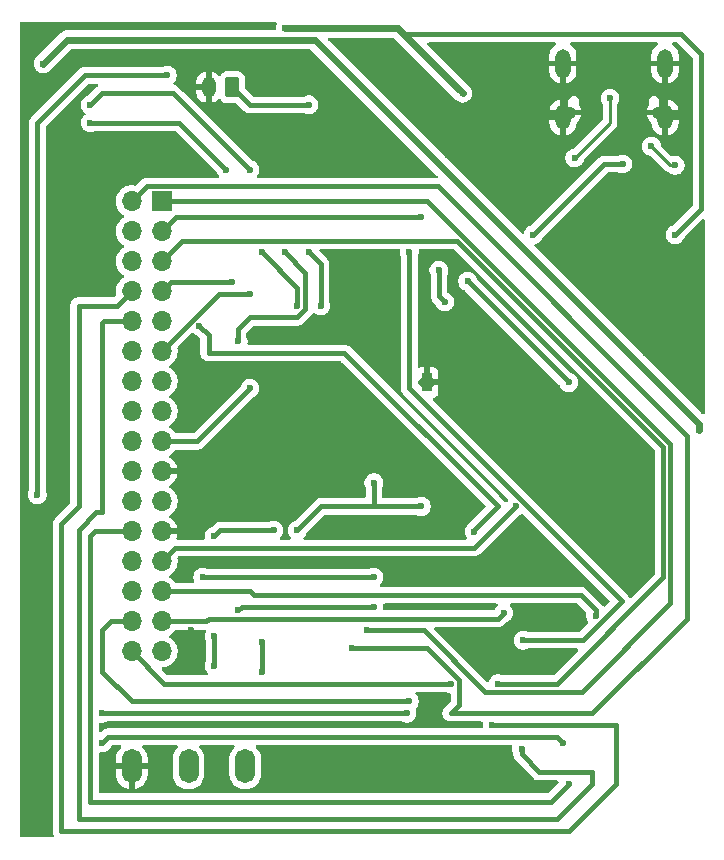
<source format=gbr>
%TF.GenerationSoftware,KiCad,Pcbnew,9.0.0*%
%TF.CreationDate,2025-03-28T15:22:39+02:00*%
%TF.ProjectId,project draft,70726f6a-6563-4742-9064-726166742e6b,rev?*%
%TF.SameCoordinates,Original*%
%TF.FileFunction,Copper,L2,Bot*%
%TF.FilePolarity,Positive*%
%FSLAX46Y46*%
G04 Gerber Fmt 4.6, Leading zero omitted, Abs format (unit mm)*
G04 Created by KiCad (PCBNEW 9.0.0) date 2025-03-28 15:22:39*
%MOMM*%
%LPD*%
G01*
G04 APERTURE LIST*
G04 Aperture macros list*
%AMRoundRect*
0 Rectangle with rounded corners*
0 $1 Rounding radius*
0 $2 $3 $4 $5 $6 $7 $8 $9 X,Y pos of 4 corners*
0 Add a 4 corners polygon primitive as box body*
4,1,4,$2,$3,$4,$5,$6,$7,$8,$9,$2,$3,0*
0 Add four circle primitives for the rounded corners*
1,1,$1+$1,$2,$3*
1,1,$1+$1,$4,$5*
1,1,$1+$1,$6,$7*
1,1,$1+$1,$8,$9*
0 Add four rect primitives between the rounded corners*
20,1,$1+$1,$2,$3,$4,$5,0*
20,1,$1+$1,$4,$5,$6,$7,0*
20,1,$1+$1,$6,$7,$8,$9,0*
20,1,$1+$1,$8,$9,$2,$3,0*%
G04 Aperture macros list end*
%TA.AperFunction,ComponentPad*%
%ADD10O,1.300000X2.100000*%
%TD*%
%TA.AperFunction,ComponentPad*%
%ADD11O,1.700000X1.100000*%
%TD*%
%TA.AperFunction,ComponentPad*%
%ADD12O,1.300000X2.500000*%
%TD*%
%TA.AperFunction,ComponentPad*%
%ADD13O,1.200000X1.750000*%
%TD*%
%TA.AperFunction,ComponentPad*%
%ADD14RoundRect,0.250000X0.350000X0.625000X-0.350000X0.625000X-0.350000X-0.625000X0.350000X-0.625000X0*%
%TD*%
%TA.AperFunction,ComponentPad*%
%ADD15O,1.700000X1.700000*%
%TD*%
%TA.AperFunction,ComponentPad*%
%ADD16R,1.700000X1.700000*%
%TD*%
%TA.AperFunction,HeatsinkPad*%
%ADD17C,0.600000*%
%TD*%
%TA.AperFunction,SMDPad,CuDef*%
%ADD18R,0.900000X1.600000*%
%TD*%
%TA.AperFunction,ComponentPad*%
%ADD19O,1.700000X2.900000*%
%TD*%
%TA.AperFunction,ViaPad*%
%ADD20C,0.600000*%
%TD*%
%TA.AperFunction,Conductor*%
%ADD21C,0.250000*%
%TD*%
%TA.AperFunction,Conductor*%
%ADD22C,0.400000*%
%TD*%
%TA.AperFunction,Conductor*%
%ADD23C,0.200000*%
%TD*%
%TA.AperFunction,Conductor*%
%ADD24C,0.600000*%
%TD*%
G04 APERTURE END LIST*
D10*
%TO.P,USBC2,0,0*%
%TO.N,GND*%
X178640000Y-70049900D03*
X170000000Y-70049900D03*
D11*
X170219900Y-69649800D03*
X178420100Y-69649800D03*
D12*
X178640000Y-65500000D03*
X170000000Y-65500000D03*
%TD*%
D13*
%TO.P,J1,2,Pin_2*%
%TO.N,GND*%
X140000000Y-67500000D03*
D14*
%TO.P,J1,1,Pin_1*%
%TO.N,+BATT*%
X142000000Y-67500000D03*
%TD*%
D15*
%TO.P,J2,32,Pin_32*%
%TO.N,/MOTOR1_A_OUT*%
X133500000Y-115260000D03*
%TO.P,J2,31,Pin_31*%
%TO.N,/MOTOR1_B_OUT*%
X136040000Y-115260000D03*
%TO.P,J2,30,Pin_30*%
%TO.N,/MOTOR1_CTRL2*%
X133500000Y-112720000D03*
%TO.P,J2,29,Pin_29*%
%TO.N,/MOTOR3_B_OUT*%
X136040000Y-112720000D03*
%TO.P,J2,28,Pin_28*%
%TO.N,/MOTOR1_CTRL1*%
X133500000Y-110180000D03*
%TO.P,J2,27,Pin_27*%
%TO.N,/MOTOR3_A_OUT*%
X136040000Y-110180000D03*
%TO.P,J2,26,Pin_26*%
%TO.N,/MOTOR3_CTRL2*%
X133500000Y-107640000D03*
%TO.P,J2,25,Pin_25*%
%TO.N,/CTRL_EXT_LOAD1*%
X136040000Y-107640000D03*
%TO.P,J2,24,Pin_24*%
%TO.N,/MOTOR3_CTRL1*%
X133500000Y-105100000D03*
%TO.P,J2,23,Pin_23*%
%TO.N,GND*%
X136040000Y-105100000D03*
%TO.P,J2,22,Pin_22*%
%TO.N,/HV*%
X133500000Y-102560000D03*
%TO.P,J2,21,Pin_21*%
%TO.N,/EXT_LOAD1_OUT*%
X136040000Y-102560000D03*
%TO.P,J2,20,Pin_20*%
%TO.N,/5V Out*%
X133500000Y-100020000D03*
%TO.P,J2,19,Pin_19*%
%TO.N,GND*%
X136040000Y-100020000D03*
%TO.P,J2,18,Pin_18*%
%TO.N,/3V3 Out*%
X133500000Y-97480000D03*
%TO.P,J2,17,Pin_17*%
%TO.N,/I2C1_SDA*%
X136040000Y-97480000D03*
%TO.P,J2,16,Pin_16*%
%TO.N,/I2C1_SCL*%
X133500000Y-94940000D03*
%TO.P,J2,15,Pin_15*%
%TO.N,unconnected-(J2-Pin_15-Pad15)*%
X136040000Y-94940000D03*
%TO.P,J2,14,Pin_14*%
%TO.N,+BATT*%
X133500000Y-92400000D03*
%TO.P,J2,13,Pin_13*%
%TO.N,/FAST_CHARGE_CTRL*%
X136040000Y-92400000D03*
%TO.P,J2,12,Pin_12*%
%TO.N,/USART2_TX*%
X133500000Y-89860000D03*
%TO.P,J2,11,Pin_11*%
%TO.N,/EXT_LOAD2_OUT*%
X136040000Y-89860000D03*
%TO.P,J2,10,Pin_10*%
%TO.N,/MOTOR4_CTRL2*%
X133500000Y-87320000D03*
%TO.P,J2,9,Pin_9*%
%TO.N,/ USART2_RX*%
X136040000Y-87320000D03*
%TO.P,J2,8,Pin_8*%
%TO.N,/MOTOR4_CTRL1*%
X133500000Y-84780000D03*
%TO.P,J2,7,Pin_7*%
%TO.N,/CTRL_EXT_LOAD2*%
X136040000Y-84780000D03*
%TO.P,J2,6,Pin_6*%
%TO.N,/MOTOR2_CTRL2*%
X133500000Y-82240000D03*
%TO.P,J2,5,Pin_5*%
%TO.N,/MOTOR4_B_OUT*%
X136040000Y-82240000D03*
%TO.P,J2,4,Pin_4*%
%TO.N,/MOTOR2_CTRL1*%
X133500000Y-79700000D03*
%TO.P,J2,3,Pin_3*%
%TO.N,/MOTOR4_A_OUT*%
X136040000Y-79700000D03*
%TO.P,J2,2,Pin_2*%
%TO.N,/MOTOR2_A_OUT*%
X133500000Y-77160000D03*
D16*
%TO.P,J2,1,Pin_1*%
%TO.N,/MOTOR2_B_OUT*%
X136040000Y-77160000D03*
%TD*%
D17*
%TO.P,U2,9,PAD*%
%TO.N,GND*%
X158500000Y-93000000D03*
D18*
X158500000Y-92500000D03*
D17*
X158500000Y-92000000D03*
%TD*%
D19*
%TO.P,U12,1,1*%
%TO.N,GND*%
X133500000Y-125000000D03*
%TO.P,U12,2,2*%
%TO.N,+BATT*%
X138300100Y-125000000D03*
%TO.P,U12,3,3*%
%TO.N,/SWITCH*%
X143100000Y-125000000D03*
%TD*%
D20*
%TO.N,GND*%
X173500000Y-108000000D03*
X177500000Y-108000000D03*
X167000000Y-78000000D03*
X162500000Y-74500000D03*
X176500000Y-101000000D03*
X176500000Y-98000000D03*
X161500000Y-123500000D03*
X161500000Y-121500000D03*
X149000000Y-124500000D03*
X177500000Y-76500000D03*
X174500000Y-76000000D03*
X163000000Y-115000000D03*
X165500000Y-114500000D03*
X160500000Y-94500000D03*
X155500000Y-89000000D03*
X181000000Y-90000000D03*
X176000000Y-85000000D03*
X177000000Y-90000000D03*
X138500000Y-113500000D03*
X138500000Y-117000000D03*
X166000000Y-109500000D03*
X158500000Y-111500000D03*
X159000000Y-108000000D03*
X155500000Y-99500000D03*
X159000000Y-105500000D03*
%TO.N,/3V3 Out*%
X159500000Y-83000000D03*
X167500000Y-80000000D03*
X175061300Y-74004774D03*
X160000000Y-85680000D03*
%TO.N,GND*%
X152500000Y-94000000D03*
X146000000Y-97500000D03*
%TO.N,/HV*%
X179500000Y-74105000D03*
X177500000Y-72500000D03*
%TO.N,Net-(U1-CC2)*%
X171000000Y-73500000D03*
X173985454Y-68423306D03*
%TO.N,/5V Out*%
X154000000Y-101000000D03*
%TO.N,GND*%
X139000000Y-66000000D03*
X148500000Y-67000000D03*
%TO.N,+BATT*%
X140500000Y-116500000D03*
X140500000Y-114000000D03*
X140500000Y-105500000D03*
X145500000Y-105000000D03*
X136500000Y-66500000D03*
X125500000Y-102000000D03*
%TO.N,/5V Out*%
X158000000Y-103000000D03*
X147500000Y-105000000D03*
X181500000Y-96500000D03*
X126000000Y-65500000D03*
%TO.N,/3V3 Out*%
X149500000Y-86000000D03*
X148500000Y-81500000D03*
X143500000Y-74500000D03*
X130000000Y-69000000D03*
%TO.N,/I2C1_SCL*%
X142500000Y-89000000D03*
X146500000Y-81500000D03*
X141500000Y-74500000D03*
X130000000Y-70500000D03*
%TO.N,/I2C1_SDA*%
X143500000Y-93000000D03*
%TO.N,/MOTOR4_CTRL2*%
X166500000Y-123500000D03*
%TO.N,/MOTOR4_CTRL1*%
X164000000Y-121500000D03*
%TO.N,/MOTOR2_CTRL2*%
X144500000Y-117000000D03*
X144500000Y-114500000D03*
%TO.N,/MOTOR2_CTRL1*%
X162500000Y-105125000D03*
X139194975Y-87694975D03*
%TO.N,/MOTOR2_A_OUT*%
X152150000Y-115000000D03*
%TO.N,/MOTOR4_A_OUT*%
X166650000Y-114320000D03*
X157000000Y-81500000D03*
X158000000Y-78500000D03*
%TO.N,/MOTOR2_B_OUT*%
X153450200Y-113500000D03*
%TO.N,/MOTOR4_B_OUT*%
X164500000Y-118000000D03*
%TO.N,/CTRL_EXT_LOAD2*%
X142000000Y-84000000D03*
X161930000Y-83930000D03*
X170500000Y-92500000D03*
%TO.N,/HV*%
X161500000Y-68000000D03*
X146500000Y-62500000D03*
%TO.N,/MOTOR3_CTRL1*%
X170500000Y-126500000D03*
%TO.N,/MOTOR3_CTRL2*%
X131000000Y-123000000D03*
X170000200Y-123000000D03*
%TO.N,/MOTOR1_CTRL1*%
X131000000Y-120500000D03*
X156800000Y-120500000D03*
%TO.N,/MOTOR1_CTRL2*%
X157000000Y-119500000D03*
%TO.N,/MOTOR1_A_OUT*%
X160500000Y-118000000D03*
%TO.N,/MOTOR3_A_OUT*%
X172769167Y-112269167D03*
%TO.N,/MOTOR3_B_OUT*%
X165000000Y-112000000D03*
%TO.N,/MOTOR1_B_OUT*%
X154000000Y-111500000D03*
X142500000Y-111800000D03*
%TO.N,/EXT_LOAD1_OUT*%
X139500000Y-109000000D03*
X154000000Y-109000000D03*
%TO.N,/EXT_LOAD2_OUT*%
X143500000Y-85000000D03*
%TO.N,/CTRL_EXT_LOAD1*%
X166000000Y-103000000D03*
%TO.N,+BATT*%
X148500000Y-69000000D03*
%TO.N,/MOTOR2_CTRL2*%
X144500000Y-81500000D03*
X147500000Y-86000000D03*
%TO.N,/HV*%
X179500000Y-80000000D03*
%TO.N,GND*%
X169500000Y-68000000D03*
X167500000Y-68500000D03*
%TD*%
D21*
%TO.N,GND*%
X177500000Y-108000000D02*
X173500000Y-108000000D01*
D22*
%TO.N,/MOTOR3_A_OUT*%
X143500000Y-110180000D02*
X136040000Y-110180000D01*
X172769167Y-111769167D02*
X171500000Y-110500000D01*
X172769167Y-112269167D02*
X172769167Y-111769167D01*
X171500000Y-110500000D02*
X143820000Y-110500000D01*
X143820000Y-110500000D02*
X143500000Y-110180000D01*
D21*
%TO.N,GND*%
X161500000Y-124500000D02*
X161500000Y-123500000D01*
X149000000Y-124500000D02*
X161500000Y-124500000D01*
X177500000Y-76500000D02*
X175000000Y-76500000D01*
X175000000Y-76500000D02*
X174500000Y-76000000D01*
X165500000Y-114500000D02*
X163500000Y-114500000D01*
X163500000Y-114500000D02*
X163000000Y-115000000D01*
D23*
X179000000Y-90000000D02*
X181000000Y-90000000D01*
X177500000Y-88500000D02*
X179000000Y-90000000D01*
X177500000Y-88500000D02*
X177500000Y-86500000D01*
X177500000Y-89500000D02*
X177500000Y-88500000D01*
X177500000Y-86500000D02*
X176000000Y-85000000D01*
X177000000Y-90000000D02*
X177500000Y-89500000D01*
X138500000Y-117000000D02*
X138500000Y-113500000D01*
D22*
%TO.N,/3V3 Out*%
X159500000Y-85180000D02*
X160000000Y-85680000D01*
X159500000Y-83000000D02*
X159500000Y-85180000D01*
X173495226Y-74004774D02*
X167500000Y-80000000D01*
X175061300Y-74004774D02*
X173495226Y-74004774D01*
%TO.N,/CTRL_EXT_LOAD1*%
X162500000Y-106500000D02*
X137180000Y-106500000D01*
%TO.N,/HV*%
X181700000Y-77800000D02*
X181700000Y-64700000D01*
X179500000Y-80000000D02*
X181700000Y-77800000D01*
D24*
X156500000Y-63000000D02*
X161500000Y-68000000D01*
D22*
X180000000Y-63000000D02*
X156500000Y-63000000D01*
X181700000Y-64700000D02*
X180000000Y-63000000D01*
D21*
X179105000Y-74105000D02*
X179500000Y-74105000D01*
X177500000Y-72500000D02*
X179105000Y-74105000D01*
%TO.N,Net-(U1-CC2)*%
X173985454Y-70514546D02*
X171000000Y-73500000D01*
X173985454Y-68423306D02*
X173985454Y-70514546D01*
D22*
%TO.N,/5V Out*%
X154000000Y-103000000D02*
X149500000Y-103000000D01*
X154000000Y-101000000D02*
X154000000Y-103000000D01*
X158000000Y-103000000D02*
X154000000Y-103000000D01*
%TO.N,/MOTOR3_B_OUT*%
X140000000Y-112500000D02*
X164500000Y-112500000D01*
D24*
%TO.N,/5V Out*%
X170500000Y-85000000D02*
X181500000Y-96000000D01*
D22*
%TO.N,+BATT*%
X140500000Y-114000000D02*
X140500000Y-116500000D01*
X141000000Y-105000000D02*
X140500000Y-105500000D01*
X145500000Y-105000000D02*
X141000000Y-105000000D01*
X129500000Y-66500000D02*
X136500000Y-66500000D01*
X125500000Y-70500000D02*
X129500000Y-66500000D01*
X125500000Y-102000000D02*
X125500000Y-70500000D01*
%TO.N,/5V Out*%
X149500000Y-103000000D02*
X147500000Y-105000000D01*
D24*
X181500000Y-96000000D02*
X181500000Y-96500000D01*
X149000000Y-63500000D02*
X170500000Y-85000000D01*
X126000000Y-65500000D02*
X128000000Y-63500000D01*
X128000000Y-63500000D02*
X149000000Y-63500000D01*
X170500000Y-85000000D02*
X170250000Y-84750000D01*
D22*
%TO.N,/3V3 Out*%
X149500000Y-82500000D02*
X149500000Y-86000000D01*
X148500000Y-81500000D02*
X149500000Y-82500000D01*
X137000000Y-68000000D02*
X143500000Y-74500000D01*
X131000000Y-68000000D02*
X137000000Y-68000000D01*
X130000000Y-69000000D02*
X131000000Y-68000000D01*
%TO.N,/MOTOR2_CTRL1*%
X151500000Y-90000000D02*
X164500000Y-103000000D01*
X140000000Y-90000000D02*
X151500000Y-90000000D01*
X139194975Y-87694975D02*
X140000000Y-88500000D01*
X140000000Y-88500000D02*
X140000000Y-90000000D01*
%TO.N,/I2C1_SCL*%
X142500000Y-88000000D02*
X142500000Y-89000000D01*
X148201000Y-86290364D02*
X147491364Y-87000000D01*
X147491364Y-87000000D02*
X143500000Y-87000000D01*
X146500000Y-81500000D02*
X148201000Y-83201000D01*
X148201000Y-83201000D02*
X148201000Y-86290364D01*
X143500000Y-87000000D02*
X142500000Y-88000000D01*
X137500000Y-70500000D02*
X141500000Y-74500000D01*
X130000000Y-70500000D02*
X137500000Y-70500000D01*
%TO.N,/I2C1_SDA*%
X139020000Y-97480000D02*
X143500000Y-93000000D01*
X136040000Y-97480000D02*
X139020000Y-97480000D01*
%TO.N,/MOTOR4_CTRL2*%
X166500000Y-124000000D02*
X166500000Y-123500000D01*
X168000000Y-125500000D02*
X166500000Y-124000000D01*
X172500000Y-125500000D02*
X168000000Y-125500000D01*
X130500000Y-103500000D02*
X129000000Y-105000000D01*
X172500000Y-126500000D02*
X172500000Y-125500000D01*
X131000000Y-103500000D02*
X130500000Y-103500000D01*
X131000000Y-87500000D02*
X131000000Y-103500000D01*
X129000000Y-105000000D02*
X129000000Y-129500000D01*
X131180000Y-87320000D02*
X131000000Y-87500000D01*
X129000000Y-129500000D02*
X169500000Y-129500000D01*
X169500000Y-129500000D02*
X172500000Y-126500000D01*
X133500000Y-87320000D02*
X131180000Y-87320000D01*
%TO.N,/MOTOR2_CTRL2*%
X144500000Y-114500000D02*
X144500000Y-117000000D01*
%TO.N,/MOTOR1_CTRL1*%
X131000000Y-120500000D02*
X156800000Y-120500000D01*
%TO.N,/MOTOR3_B_OUT*%
X139780000Y-112720000D02*
X136040000Y-112720000D01*
X140000000Y-112500000D02*
X139780000Y-112720000D01*
%TO.N,/MOTOR1_CTRL2*%
X131780000Y-112720000D02*
X133500000Y-112720000D01*
X131000000Y-117000000D02*
X131000000Y-113500000D01*
X131000000Y-113500000D02*
X131780000Y-112720000D01*
X157000000Y-119500000D02*
X133500000Y-119500000D01*
X133500000Y-119500000D02*
X131000000Y-117000000D01*
%TO.N,/MOTOR1_A_OUT*%
X136240000Y-118000000D02*
X133500000Y-115260000D01*
X160500000Y-118000000D02*
X136240000Y-118000000D01*
%TO.N,/MOTOR1_B_OUT*%
X142500000Y-111800000D02*
X142800000Y-111500000D01*
X142800000Y-111500000D02*
X154000000Y-111500000D01*
%TO.N,/MOTOR2_CTRL2*%
X147500000Y-84500000D02*
X144500000Y-81500000D01*
X147500000Y-86000000D02*
X147500000Y-84500000D01*
%TO.N,/MOTOR2_CTRL1*%
X162500000Y-105000000D02*
X162500000Y-105125000D01*
X164500000Y-103000000D02*
X162500000Y-105000000D01*
X164500000Y-103000000D02*
X164250000Y-102750000D01*
%TO.N,/MOTOR2_A_OUT*%
X161201000Y-117709636D02*
X158491364Y-115000000D01*
X158491364Y-115000000D02*
X152150000Y-115000000D01*
X161201000Y-119799000D02*
X161201000Y-117709636D01*
X160500000Y-120500000D02*
X161201000Y-119799000D01*
X180500000Y-112500000D02*
X172500000Y-120500000D01*
X172500000Y-120500000D02*
X160500000Y-120500000D01*
X134751000Y-75909000D02*
X159409000Y-75909000D01*
X180500000Y-97000000D02*
X180500000Y-112500000D01*
X133500000Y-77160000D02*
X134751000Y-75909000D01*
X159409000Y-75909000D02*
X180500000Y-97000000D01*
%TO.N,/MOTOR4_A_OUT*%
X171680000Y-114320000D02*
X166650000Y-114320000D01*
X175000000Y-111000000D02*
X171680000Y-114320000D01*
X157000000Y-93000000D02*
X175000000Y-111000000D01*
X157000000Y-81500000D02*
X157000000Y-93000000D01*
X137240000Y-78500000D02*
X158000000Y-78500000D01*
X136040000Y-79700000D02*
X137240000Y-78500000D01*
%TO.N,/MOTOR4_B_OUT*%
X169500000Y-118000000D02*
X164500000Y-118000000D01*
X178500000Y-98000000D02*
X178500000Y-109000000D01*
X137780000Y-80500000D02*
X161000000Y-80500000D01*
X178500000Y-109000000D02*
X169500000Y-118000000D01*
X136040000Y-82240000D02*
X137780000Y-80500000D01*
X161000000Y-80500000D02*
X178500000Y-98000000D01*
%TO.N,/MOTOR2_B_OUT*%
X158215750Y-113500000D02*
X153450200Y-113500000D01*
X171579998Y-118700000D02*
X163415750Y-118700000D01*
X163415750Y-118700000D02*
X158215750Y-113500000D01*
X179101000Y-111178998D02*
X171579998Y-118700000D01*
X179101000Y-97751058D02*
X179101000Y-111178998D01*
X158509942Y-77160000D02*
X179101000Y-97751058D01*
X136040000Y-77160000D02*
X158509942Y-77160000D01*
%TO.N,/CTRL_EXT_LOAD2*%
X136820000Y-84000000D02*
X142000000Y-84000000D01*
X136040000Y-84780000D02*
X136820000Y-84000000D01*
X161930000Y-83930000D02*
X170500000Y-92500000D01*
D24*
%TO.N,/HV*%
X156000000Y-62500000D02*
X156500000Y-63000000D01*
X146500000Y-62500000D02*
X156000000Y-62500000D01*
D22*
%TO.N,/MOTOR3_CTRL1*%
X169000000Y-128000000D02*
X170500000Y-126500000D01*
X130000000Y-105500000D02*
X130000000Y-128000000D01*
X130000000Y-128000000D02*
X169000000Y-128000000D01*
X130400000Y-105100000D02*
X130000000Y-105500000D01*
X133500000Y-105100000D02*
X130400000Y-105100000D01*
%TO.N,/MOTOR3_CTRL2*%
X169500200Y-122500000D02*
X170000200Y-123000000D01*
X131000000Y-123000000D02*
X131500000Y-122500000D01*
X131500000Y-122500000D02*
X169500200Y-122500000D01*
%TO.N,/MOTOR3_B_OUT*%
X164500000Y-112500000D02*
X165000000Y-112000000D01*
%TO.N,/EXT_LOAD1_OUT*%
X154000000Y-109000000D02*
X139500000Y-109000000D01*
%TO.N,/EXT_LOAD2_OUT*%
X140900000Y-85000000D02*
X136040000Y-89860000D01*
X143500000Y-85000000D02*
X140900000Y-85000000D01*
%TO.N,/CTRL_EXT_LOAD1*%
X166000000Y-103000000D02*
X162500000Y-106500000D01*
X137180000Y-106500000D02*
X136040000Y-107640000D01*
%TO.N,+BATT*%
X143500000Y-69000000D02*
X148500000Y-69000000D01*
X142000000Y-67500000D02*
X143500000Y-69000000D01*
%TO.N,/MOTOR4_CTRL1*%
X174500000Y-121500000D02*
X164000000Y-121500000D01*
X174500000Y-126500000D02*
X174500000Y-121500000D01*
X170500000Y-130500000D02*
X174500000Y-126500000D01*
X127500000Y-108500000D02*
X127500000Y-130500000D01*
X129000000Y-86000000D02*
X129000000Y-103000000D01*
X130000000Y-86000000D02*
X129000000Y-86000000D01*
X132280000Y-86000000D02*
X130000000Y-86000000D01*
X129000000Y-103000000D02*
X127500000Y-104500000D01*
X127500000Y-104500000D02*
X127500000Y-108500000D01*
X133500000Y-84780000D02*
X132280000Y-86000000D01*
X127500000Y-130500000D02*
X170500000Y-130500000D01*
%TD*%
%TA.AperFunction,Conductor*%
%TO.N,GND*%
G36*
X145721905Y-62020185D02*
G01*
X145767660Y-62072989D01*
X145777604Y-62142147D01*
X145769427Y-62171953D01*
X145730263Y-62266502D01*
X145730261Y-62266510D01*
X145699500Y-62421153D01*
X145699500Y-62575500D01*
X145679815Y-62642539D01*
X145627011Y-62688294D01*
X145575500Y-62699500D01*
X127921155Y-62699500D01*
X127766510Y-62730261D01*
X127766498Y-62730264D01*
X127620827Y-62790602D01*
X127620814Y-62790609D01*
X127489711Y-62878210D01*
X127489707Y-62878213D01*
X125917922Y-64450000D01*
X125489711Y-64878211D01*
X125433960Y-64933962D01*
X125378209Y-64989712D01*
X125290609Y-65120814D01*
X125290602Y-65120827D01*
X125230264Y-65266498D01*
X125230261Y-65266510D01*
X125199500Y-65421153D01*
X125199500Y-65578846D01*
X125230261Y-65733489D01*
X125230264Y-65733501D01*
X125290602Y-65879172D01*
X125290609Y-65879185D01*
X125378210Y-66010288D01*
X125378213Y-66010292D01*
X125489707Y-66121786D01*
X125489711Y-66121789D01*
X125620814Y-66209390D01*
X125620827Y-66209397D01*
X125758683Y-66266498D01*
X125766503Y-66269737D01*
X125921153Y-66300499D01*
X125921156Y-66300500D01*
X125921158Y-66300500D01*
X126078844Y-66300500D01*
X126078845Y-66300499D01*
X126233497Y-66269737D01*
X126379179Y-66209394D01*
X126510289Y-66121789D01*
X126621789Y-66010289D01*
X128295259Y-64336819D01*
X128356582Y-64303334D01*
X128382940Y-64300500D01*
X148617060Y-64300500D01*
X148684099Y-64320185D01*
X148704741Y-64336819D01*
X159364741Y-74996819D01*
X159398226Y-75058142D01*
X159393242Y-75127834D01*
X159351370Y-75183767D01*
X159285906Y-75208184D01*
X159277060Y-75208500D01*
X144221298Y-75208500D01*
X144154259Y-75188815D01*
X144108504Y-75136011D01*
X144098560Y-75066853D01*
X144120588Y-75016813D01*
X144118405Y-75015354D01*
X144209390Y-74879185D01*
X144209390Y-74879184D01*
X144209394Y-74879179D01*
X144269737Y-74733497D01*
X144300500Y-74578842D01*
X144300500Y-74421158D01*
X144300500Y-74421155D01*
X144300499Y-74421153D01*
X144284058Y-74338501D01*
X144269737Y-74266503D01*
X144209794Y-74121786D01*
X144209397Y-74120827D01*
X144209390Y-74120814D01*
X144121789Y-73989711D01*
X144121786Y-73989707D01*
X144010292Y-73878213D01*
X144010288Y-73878210D01*
X143879185Y-73790609D01*
X143879172Y-73790602D01*
X143734814Y-73730808D01*
X143694585Y-73703928D01*
X137776977Y-67786319D01*
X137446545Y-67455887D01*
X137331807Y-67379222D01*
X137204332Y-67326421D01*
X137204322Y-67326418D01*
X137099331Y-67305534D01*
X137090325Y-67300823D01*
X137080188Y-67300098D01*
X137059890Y-67284903D01*
X137037420Y-67273149D01*
X137032390Y-67264316D01*
X137024255Y-67258226D01*
X137015394Y-67234470D01*
X137002846Y-67212433D01*
X137003390Y-67202283D01*
X136999839Y-67192762D01*
X137005228Y-67167986D01*
X137006586Y-67142664D01*
X137009255Y-67138428D01*
X138900000Y-67138428D01*
X138900000Y-67250000D01*
X139719670Y-67250000D01*
X139699925Y-67269745D01*
X139650556Y-67355255D01*
X139625000Y-67450630D01*
X139625000Y-67549370D01*
X139650556Y-67644745D01*
X139699925Y-67730255D01*
X139719670Y-67750000D01*
X138900000Y-67750000D01*
X138900000Y-67861571D01*
X138927085Y-68032584D01*
X138980591Y-68197257D01*
X139059195Y-68351524D01*
X139160967Y-68491602D01*
X139283397Y-68614032D01*
X139423475Y-68715804D01*
X139577744Y-68794408D01*
X139742415Y-68847914D01*
X139742414Y-68847914D01*
X139749999Y-68849115D01*
X139750000Y-68849114D01*
X139750000Y-67780330D01*
X139769745Y-67800075D01*
X139855255Y-67849444D01*
X139950630Y-67875000D01*
X140049370Y-67875000D01*
X140144745Y-67849444D01*
X140230255Y-67800075D01*
X140250000Y-67780330D01*
X140250000Y-68849115D01*
X140257584Y-68847914D01*
X140422255Y-68794408D01*
X140576524Y-68715804D01*
X140716598Y-68614035D01*
X140824199Y-68506434D01*
X140885522Y-68472949D01*
X140955214Y-68477933D01*
X141011148Y-68519804D01*
X141017420Y-68529019D01*
X141051424Y-68584150D01*
X141057288Y-68593656D01*
X141181344Y-68717712D01*
X141330666Y-68809814D01*
X141497203Y-68864999D01*
X141599991Y-68875500D01*
X142333480Y-68875499D01*
X142400519Y-68895183D01*
X142421161Y-68911818D01*
X142955886Y-69446542D01*
X143019632Y-69510288D01*
X143053459Y-69544115D01*
X143168182Y-69620771D01*
X143168189Y-69620775D01*
X143239952Y-69650500D01*
X143295671Y-69673580D01*
X143322591Y-69678934D01*
X143420073Y-69698325D01*
X143431006Y-69700500D01*
X143431007Y-69700500D01*
X148074684Y-69700500D01*
X148122136Y-69709939D01*
X148218853Y-69750000D01*
X148266503Y-69769737D01*
X148371418Y-69790606D01*
X148421153Y-69800499D01*
X148421156Y-69800500D01*
X148421158Y-69800500D01*
X148578844Y-69800500D01*
X148578845Y-69800499D01*
X148733497Y-69769737D01*
X148879179Y-69709394D01*
X149010289Y-69621789D01*
X149121789Y-69510289D01*
X149209394Y-69379179D01*
X149269737Y-69233497D01*
X149300500Y-69078842D01*
X149300500Y-68921158D01*
X149300500Y-68921155D01*
X149300499Y-68921153D01*
X149295333Y-68895183D01*
X149269737Y-68766503D01*
X149249527Y-68717712D01*
X149209397Y-68620827D01*
X149209390Y-68620814D01*
X149121789Y-68489711D01*
X149121786Y-68489707D01*
X149010292Y-68378213D01*
X149010288Y-68378210D01*
X148879185Y-68290609D01*
X148879172Y-68290602D01*
X148733501Y-68230264D01*
X148733489Y-68230261D01*
X148578845Y-68199500D01*
X148578842Y-68199500D01*
X148421158Y-68199500D01*
X148421155Y-68199500D01*
X148266510Y-68230261D01*
X148266498Y-68230264D01*
X148122136Y-68290061D01*
X148074684Y-68299500D01*
X143841518Y-68299500D01*
X143774479Y-68279815D01*
X143753837Y-68263181D01*
X143136818Y-67646161D01*
X143103333Y-67584838D01*
X143100499Y-67558480D01*
X143100499Y-66824998D01*
X143100498Y-66824981D01*
X143089999Y-66722203D01*
X143089998Y-66722200D01*
X143042494Y-66578844D01*
X143034814Y-66555666D01*
X142942712Y-66406344D01*
X142818656Y-66282288D01*
X142669334Y-66190186D01*
X142502797Y-66135001D01*
X142502795Y-66135000D01*
X142400010Y-66124500D01*
X141599998Y-66124500D01*
X141599980Y-66124501D01*
X141497203Y-66135000D01*
X141497200Y-66135001D01*
X141330668Y-66190185D01*
X141330663Y-66190187D01*
X141181342Y-66282289D01*
X141057289Y-66406342D01*
X141048151Y-66421158D01*
X141024138Y-66460090D01*
X141017420Y-66470981D01*
X140965472Y-66517705D01*
X140896509Y-66528928D01*
X140832427Y-66501084D01*
X140824200Y-66493565D01*
X140716602Y-66385967D01*
X140576524Y-66284195D01*
X140422257Y-66205591D01*
X140257589Y-66152087D01*
X140257581Y-66152085D01*
X140250000Y-66150884D01*
X140250000Y-67219670D01*
X140230255Y-67199925D01*
X140144745Y-67150556D01*
X140049370Y-67125000D01*
X139950630Y-67125000D01*
X139855255Y-67150556D01*
X139769745Y-67199925D01*
X139750000Y-67219670D01*
X139750000Y-66150884D01*
X139749999Y-66150884D01*
X139742418Y-66152085D01*
X139742410Y-66152087D01*
X139577742Y-66205591D01*
X139423475Y-66284195D01*
X139283397Y-66385967D01*
X139160967Y-66508397D01*
X139059195Y-66648475D01*
X138980591Y-66802742D01*
X138927085Y-66967415D01*
X138900000Y-67138428D01*
X137009255Y-67138428D01*
X137012925Y-67132602D01*
X137014691Y-67124489D01*
X137035843Y-67096235D01*
X137086205Y-67045874D01*
X137121786Y-67010292D01*
X137121789Y-67010289D01*
X137209394Y-66879179D01*
X137269737Y-66733497D01*
X137300500Y-66578842D01*
X137300500Y-66421158D01*
X137300500Y-66421155D01*
X137300499Y-66421153D01*
X137269738Y-66266510D01*
X137269737Y-66266503D01*
X137244507Y-66205591D01*
X137209397Y-66120827D01*
X137209390Y-66120814D01*
X137121789Y-65989711D01*
X137121786Y-65989707D01*
X137010292Y-65878213D01*
X137010288Y-65878210D01*
X136879185Y-65790609D01*
X136879172Y-65790602D01*
X136733501Y-65730264D01*
X136733489Y-65730261D01*
X136578845Y-65699500D01*
X136578842Y-65699500D01*
X136421158Y-65699500D01*
X136421155Y-65699500D01*
X136266510Y-65730261D01*
X136266498Y-65730264D01*
X136122136Y-65790061D01*
X136074684Y-65799500D01*
X129431003Y-65799500D01*
X129322590Y-65821065D01*
X129322589Y-65821065D01*
X129295671Y-65826420D01*
X129168190Y-65879224D01*
X129053454Y-65955887D01*
X129053453Y-65955888D01*
X124955888Y-70053454D01*
X124955882Y-70053462D01*
X124934589Y-70085330D01*
X124934589Y-70085331D01*
X124879228Y-70168183D01*
X124879221Y-70168195D01*
X124826421Y-70295667D01*
X124826418Y-70295677D01*
X124799500Y-70431004D01*
X124799500Y-101574684D01*
X124790061Y-101622136D01*
X124730264Y-101766498D01*
X124730261Y-101766510D01*
X124699500Y-101921153D01*
X124699500Y-102078846D01*
X124730261Y-102233489D01*
X124730264Y-102233501D01*
X124790602Y-102379172D01*
X124790609Y-102379185D01*
X124878210Y-102510288D01*
X124878213Y-102510292D01*
X124989707Y-102621786D01*
X124989711Y-102621789D01*
X125120814Y-102709390D01*
X125120827Y-102709397D01*
X125258683Y-102766498D01*
X125266503Y-102769737D01*
X125396881Y-102795671D01*
X125421153Y-102800499D01*
X125421156Y-102800500D01*
X125421158Y-102800500D01*
X125578844Y-102800500D01*
X125578845Y-102800499D01*
X125733497Y-102769737D01*
X125879179Y-102709394D01*
X126010289Y-102621789D01*
X126121789Y-102510289D01*
X126209394Y-102379179D01*
X126269737Y-102233497D01*
X126300500Y-102078842D01*
X126300500Y-101921158D01*
X126300500Y-101921155D01*
X126300499Y-101921153D01*
X126269738Y-101766510D01*
X126269737Y-101766503D01*
X126209939Y-101622136D01*
X126200500Y-101574684D01*
X126200500Y-70841519D01*
X126220185Y-70774480D01*
X126236819Y-70753838D01*
X129753838Y-67236819D01*
X129815161Y-67203334D01*
X129841519Y-67200500D01*
X130526896Y-67200500D01*
X130593935Y-67220185D01*
X130639690Y-67272989D01*
X130649634Y-67342147D01*
X130620609Y-67405703D01*
X130595786Y-67427603D01*
X130553454Y-67455887D01*
X129805412Y-68203929D01*
X129765184Y-68230809D01*
X129620823Y-68290604D01*
X129620814Y-68290609D01*
X129489711Y-68378210D01*
X129489707Y-68378213D01*
X129378213Y-68489707D01*
X129378210Y-68489711D01*
X129290609Y-68620814D01*
X129290602Y-68620827D01*
X129230264Y-68766498D01*
X129230261Y-68766510D01*
X129199500Y-68921153D01*
X129199500Y-69078846D01*
X129230261Y-69233489D01*
X129230264Y-69233501D01*
X129290602Y-69379172D01*
X129290609Y-69379185D01*
X129378210Y-69510288D01*
X129378213Y-69510292D01*
X129489707Y-69621786D01*
X129527289Y-69646898D01*
X129572093Y-69700511D01*
X129580800Y-69769836D01*
X129550645Y-69832863D01*
X129527289Y-69853102D01*
X129489707Y-69878213D01*
X129378213Y-69989707D01*
X129378210Y-69989711D01*
X129290609Y-70120814D01*
X129290602Y-70120827D01*
X129230264Y-70266498D01*
X129230261Y-70266510D01*
X129199500Y-70421153D01*
X129199500Y-70578846D01*
X129230261Y-70733489D01*
X129230263Y-70733497D01*
X129290602Y-70879172D01*
X129290609Y-70879185D01*
X129378210Y-71010288D01*
X129378213Y-71010292D01*
X129489707Y-71121786D01*
X129489711Y-71121789D01*
X129620814Y-71209390D01*
X129620827Y-71209397D01*
X129687031Y-71236819D01*
X129766503Y-71269737D01*
X129921153Y-71300499D01*
X129921156Y-71300500D01*
X129921158Y-71300500D01*
X130078844Y-71300500D01*
X130078845Y-71300499D01*
X130233497Y-71269737D01*
X130312969Y-71236819D01*
X130377864Y-71209939D01*
X130425316Y-71200500D01*
X137158481Y-71200500D01*
X137225520Y-71220185D01*
X137246162Y-71236819D01*
X140703928Y-74694585D01*
X140730808Y-74734814D01*
X140790602Y-74879172D01*
X140790609Y-74879185D01*
X140881595Y-75015354D01*
X140879272Y-75016905D01*
X140901877Y-75070224D01*
X140890042Y-75139084D01*
X140842857Y-75190614D01*
X140778702Y-75208500D01*
X134682003Y-75208500D01*
X134573590Y-75230065D01*
X134573589Y-75230065D01*
X134546671Y-75235420D01*
X134419190Y-75288224D01*
X134304454Y-75364887D01*
X133869849Y-75799492D01*
X133808526Y-75832977D01*
X133762771Y-75834284D01*
X133606287Y-75809500D01*
X133393713Y-75809500D01*
X133345042Y-75817208D01*
X133183760Y-75842753D01*
X132981585Y-75908444D01*
X132792179Y-76004951D01*
X132620213Y-76129890D01*
X132469890Y-76280213D01*
X132344951Y-76452179D01*
X132248444Y-76641585D01*
X132182753Y-76843760D01*
X132149500Y-77053713D01*
X132149500Y-77266286D01*
X132179940Y-77458480D01*
X132182754Y-77476243D01*
X132193671Y-77509843D01*
X132248444Y-77678414D01*
X132344951Y-77867820D01*
X132469890Y-78039786D01*
X132620213Y-78190109D01*
X132792182Y-78315050D01*
X132800946Y-78319516D01*
X132851742Y-78367491D01*
X132868536Y-78435312D01*
X132845998Y-78501447D01*
X132800946Y-78540484D01*
X132792182Y-78544949D01*
X132620213Y-78669890D01*
X132469890Y-78820213D01*
X132344951Y-78992179D01*
X132248444Y-79181585D01*
X132182753Y-79383760D01*
X132174285Y-79437227D01*
X132149500Y-79593713D01*
X132149500Y-79806287D01*
X132182754Y-80016243D01*
X132248243Y-80217797D01*
X132248444Y-80218414D01*
X132344951Y-80407820D01*
X132469890Y-80579786D01*
X132620213Y-80730109D01*
X132792182Y-80855050D01*
X132800946Y-80859516D01*
X132851742Y-80907491D01*
X132868536Y-80975312D01*
X132845998Y-81041447D01*
X132800946Y-81080484D01*
X132792182Y-81084949D01*
X132620213Y-81209890D01*
X132469890Y-81360213D01*
X132344951Y-81532179D01*
X132248444Y-81721585D01*
X132182753Y-81923760D01*
X132149500Y-82133713D01*
X132149500Y-82346286D01*
X132172215Y-82489707D01*
X132182754Y-82556243D01*
X132203734Y-82620814D01*
X132248444Y-82758414D01*
X132344951Y-82947820D01*
X132469890Y-83119786D01*
X132620213Y-83270109D01*
X132792182Y-83395050D01*
X132800946Y-83399516D01*
X132851742Y-83447491D01*
X132868536Y-83515312D01*
X132845998Y-83581447D01*
X132800946Y-83620484D01*
X132792182Y-83624949D01*
X132620213Y-83749890D01*
X132469890Y-83900213D01*
X132344951Y-84072179D01*
X132248444Y-84261585D01*
X132182753Y-84463760D01*
X132149500Y-84673713D01*
X132149500Y-84886287D01*
X132149499Y-84886287D01*
X132174284Y-85042771D01*
X132173583Y-85048195D01*
X132175495Y-85053321D01*
X132169152Y-85082479D01*
X132165329Y-85112064D01*
X132161498Y-85117666D01*
X132160644Y-85121594D01*
X132139493Y-85149848D01*
X132026163Y-85263180D01*
X131964840Y-85296666D01*
X131938481Y-85299500D01*
X128931005Y-85299500D01*
X128795677Y-85326418D01*
X128795667Y-85326421D01*
X128668195Y-85379221D01*
X128668182Y-85379228D01*
X128553458Y-85455885D01*
X128553454Y-85455888D01*
X128455888Y-85553454D01*
X128455885Y-85553458D01*
X128379228Y-85668182D01*
X128379221Y-85668195D01*
X128326421Y-85795667D01*
X128326418Y-85795677D01*
X128299500Y-85931004D01*
X128299500Y-102658480D01*
X128279815Y-102725519D01*
X128263181Y-102746161D01*
X126955888Y-104053453D01*
X126955887Y-104053454D01*
X126879223Y-104168192D01*
X126826421Y-104295668D01*
X126826418Y-104295680D01*
X126814566Y-104355264D01*
X126814566Y-104355265D01*
X126799500Y-104431004D01*
X126799500Y-104431007D01*
X126799500Y-108431007D01*
X126799500Y-130431006D01*
X126799500Y-130431007D01*
X126799500Y-130568993D01*
X126799500Y-130568995D01*
X126799499Y-130568995D01*
X126826418Y-130704322D01*
X126826420Y-130704328D01*
X126877666Y-130828047D01*
X126885135Y-130897517D01*
X126853860Y-130959996D01*
X126793771Y-130995648D01*
X126763105Y-130999500D01*
X124124500Y-130999500D01*
X124057461Y-130979815D01*
X124011706Y-130927011D01*
X124000500Y-130875500D01*
X124000500Y-62124500D01*
X124020185Y-62057461D01*
X124072989Y-62011706D01*
X124124500Y-62000500D01*
X145654866Y-62000500D01*
X145721905Y-62020185D01*
G37*
%TD.AperFunction*%
%TA.AperFunction,Conductor*%
G36*
X132557989Y-123220185D02*
G01*
X132603744Y-123272989D01*
X132613688Y-123342147D01*
X132584663Y-123405703D01*
X132578631Y-123412181D01*
X132470276Y-123520535D01*
X132470272Y-123520540D01*
X132345379Y-123692442D01*
X132248904Y-123881782D01*
X132183242Y-124083869D01*
X132183242Y-124083872D01*
X132150000Y-124293753D01*
X132150000Y-124750000D01*
X132950000Y-124750000D01*
X132950000Y-125250000D01*
X132150000Y-125250000D01*
X132150000Y-125706246D01*
X132183242Y-125916127D01*
X132183242Y-125916130D01*
X132248904Y-126118217D01*
X132345379Y-126307557D01*
X132470272Y-126479459D01*
X132470276Y-126479464D01*
X132620535Y-126629723D01*
X132620540Y-126629727D01*
X132792442Y-126754620D01*
X132981782Y-126851095D01*
X133183871Y-126916757D01*
X133250000Y-126927231D01*
X133250000Y-126090747D01*
X133287708Y-126112518D01*
X133427591Y-126150000D01*
X133572409Y-126150000D01*
X133712292Y-126112518D01*
X133750000Y-126090747D01*
X133750000Y-126927230D01*
X133816126Y-126916757D01*
X133816129Y-126916757D01*
X134018217Y-126851095D01*
X134207557Y-126754620D01*
X134379459Y-126629727D01*
X134379464Y-126629723D01*
X134529723Y-126479464D01*
X134529727Y-126479459D01*
X134654620Y-126307557D01*
X134751095Y-126118217D01*
X134816757Y-125916130D01*
X134816757Y-125916127D01*
X134850000Y-125706246D01*
X134850000Y-125250000D01*
X134050000Y-125250000D01*
X134050000Y-124750000D01*
X134850000Y-124750000D01*
X134850000Y-124293753D01*
X134816757Y-124083872D01*
X134816757Y-124083869D01*
X134751095Y-123881782D01*
X134654620Y-123692442D01*
X134529727Y-123520540D01*
X134529723Y-123520535D01*
X134421369Y-123412181D01*
X134387884Y-123350858D01*
X134392868Y-123281166D01*
X134434740Y-123225233D01*
X134500204Y-123200816D01*
X134509050Y-123200500D01*
X137290342Y-123200500D01*
X137357381Y-123220185D01*
X137403136Y-123272989D01*
X137413080Y-123342147D01*
X137384055Y-123405703D01*
X137378023Y-123412181D01*
X137269994Y-123520209D01*
X137269990Y-123520213D01*
X137145051Y-123692179D01*
X137048544Y-123881585D01*
X136982853Y-124083760D01*
X136949600Y-124293713D01*
X136949600Y-125706286D01*
X136982835Y-125916127D01*
X136982854Y-125916243D01*
X137024402Y-126044115D01*
X137048544Y-126118414D01*
X137145051Y-126307820D01*
X137269990Y-126479786D01*
X137420313Y-126630109D01*
X137592279Y-126755048D01*
X137592281Y-126755049D01*
X137592284Y-126755051D01*
X137781688Y-126851557D01*
X137983857Y-126917246D01*
X138193813Y-126950500D01*
X138193814Y-126950500D01*
X138406386Y-126950500D01*
X138406387Y-126950500D01*
X138616343Y-126917246D01*
X138818512Y-126851557D01*
X139007916Y-126755051D01*
X139037583Y-126733497D01*
X139179886Y-126630109D01*
X139179888Y-126630106D01*
X139179892Y-126630104D01*
X139330204Y-126479792D01*
X139330206Y-126479788D01*
X139330209Y-126479786D01*
X139455148Y-126307820D01*
X139455147Y-126307820D01*
X139455151Y-126307816D01*
X139551657Y-126118412D01*
X139617346Y-125916243D01*
X139650600Y-125706287D01*
X139650600Y-124293713D01*
X139617346Y-124083757D01*
X139551657Y-123881588D01*
X139455151Y-123692184D01*
X139455149Y-123692181D01*
X139455148Y-123692179D01*
X139330209Y-123520213D01*
X139222177Y-123412181D01*
X139188692Y-123350858D01*
X139193676Y-123281166D01*
X139235548Y-123225233D01*
X139301012Y-123200816D01*
X139309858Y-123200500D01*
X142090242Y-123200500D01*
X142157281Y-123220185D01*
X142203036Y-123272989D01*
X142212980Y-123342147D01*
X142183955Y-123405703D01*
X142177923Y-123412181D01*
X142069894Y-123520209D01*
X142069890Y-123520213D01*
X141944951Y-123692179D01*
X141848444Y-123881585D01*
X141782753Y-124083760D01*
X141749500Y-124293713D01*
X141749500Y-125706286D01*
X141782735Y-125916127D01*
X141782754Y-125916243D01*
X141824302Y-126044115D01*
X141848444Y-126118414D01*
X141944951Y-126307820D01*
X142069890Y-126479786D01*
X142220213Y-126630109D01*
X142392179Y-126755048D01*
X142392181Y-126755049D01*
X142392184Y-126755051D01*
X142581588Y-126851557D01*
X142783757Y-126917246D01*
X142993713Y-126950500D01*
X142993714Y-126950500D01*
X143206286Y-126950500D01*
X143206287Y-126950500D01*
X143416243Y-126917246D01*
X143618412Y-126851557D01*
X143807816Y-126755051D01*
X143837483Y-126733497D01*
X143979786Y-126630109D01*
X143979788Y-126630106D01*
X143979792Y-126630104D01*
X144130104Y-126479792D01*
X144130106Y-126479788D01*
X144130109Y-126479786D01*
X144255048Y-126307820D01*
X144255047Y-126307820D01*
X144255051Y-126307816D01*
X144351557Y-126118412D01*
X144417246Y-125916243D01*
X144450500Y-125706287D01*
X144450500Y-124293713D01*
X144417246Y-124083757D01*
X144351557Y-123881588D01*
X144255051Y-123692184D01*
X144255049Y-123692181D01*
X144255048Y-123692179D01*
X144130109Y-123520213D01*
X144022077Y-123412181D01*
X143988592Y-123350858D01*
X143993576Y-123281166D01*
X144035448Y-123225233D01*
X144100912Y-123200816D01*
X144109758Y-123200500D01*
X165592297Y-123200500D01*
X165659336Y-123220185D01*
X165705091Y-123272989D01*
X165715035Y-123342147D01*
X165713914Y-123348691D01*
X165699500Y-123421153D01*
X165699500Y-123578846D01*
X165730261Y-123733489D01*
X165730264Y-123733501D01*
X165790061Y-123877864D01*
X165799500Y-123925316D01*
X165799500Y-123931006D01*
X165799500Y-124068994D01*
X165799500Y-124068996D01*
X165799499Y-124068996D01*
X165826418Y-124204322D01*
X165826421Y-124204332D01*
X165879222Y-124331807D01*
X165955887Y-124446545D01*
X165955888Y-124446546D01*
X167455886Y-125946542D01*
X167549454Y-126040110D01*
X167553459Y-126044115D01*
X167668182Y-126120771D01*
X167668186Y-126120773D01*
X167668189Y-126120775D01*
X167742866Y-126151707D01*
X167795671Y-126173580D01*
X167822591Y-126178934D01*
X167919630Y-126198237D01*
X167931006Y-126200500D01*
X167931007Y-126200500D01*
X169509480Y-126200500D01*
X169576519Y-126220185D01*
X169622274Y-126272989D01*
X169632218Y-126342147D01*
X169603193Y-126405703D01*
X169597161Y-126412181D01*
X168746162Y-127263181D01*
X168684839Y-127296666D01*
X168658481Y-127299500D01*
X130824500Y-127299500D01*
X130757461Y-127279815D01*
X130711706Y-127227011D01*
X130700500Y-127175500D01*
X130700500Y-123907702D01*
X130720185Y-123840663D01*
X130772989Y-123794908D01*
X130842147Y-123784964D01*
X130848667Y-123786080D01*
X130905435Y-123797372D01*
X130921157Y-123800500D01*
X130921158Y-123800500D01*
X131078844Y-123800500D01*
X131078845Y-123800499D01*
X131233497Y-123769737D01*
X131379179Y-123709394D01*
X131510289Y-123621789D01*
X131621789Y-123510289D01*
X131709394Y-123379179D01*
X131721125Y-123350858D01*
X131751698Y-123277048D01*
X131795538Y-123222644D01*
X131861833Y-123200579D01*
X131866259Y-123200500D01*
X132490950Y-123200500D01*
X132557989Y-123220185D01*
G37*
%TD.AperFunction*%
%TA.AperFunction,Conductor*%
G36*
X160122136Y-118709939D02*
G01*
X160239041Y-118758362D01*
X160266503Y-118769737D01*
X160360645Y-118788463D01*
X160400691Y-118796429D01*
X160462602Y-118828814D01*
X160497176Y-118889529D01*
X160500500Y-118918046D01*
X160500500Y-119457480D01*
X160480815Y-119524519D01*
X160464181Y-119545161D01*
X159955888Y-120053453D01*
X159955887Y-120053454D01*
X159879222Y-120168192D01*
X159826421Y-120295667D01*
X159826418Y-120295677D01*
X159799500Y-120431003D01*
X159799500Y-120431006D01*
X159799500Y-120568994D01*
X159799500Y-120568996D01*
X159799499Y-120568996D01*
X159826418Y-120704322D01*
X159826421Y-120704332D01*
X159879222Y-120831807D01*
X159955887Y-120946545D01*
X160053454Y-121044112D01*
X160168192Y-121120777D01*
X160282640Y-121168182D01*
X160295672Y-121173580D01*
X160295676Y-121173580D01*
X160295677Y-121173581D01*
X160431003Y-121200500D01*
X160431006Y-121200500D01*
X160431007Y-121200500D01*
X163092297Y-121200500D01*
X163159336Y-121220185D01*
X163205091Y-121272989D01*
X163215035Y-121342147D01*
X163213914Y-121348691D01*
X163199500Y-121421153D01*
X163199500Y-121578846D01*
X163213914Y-121651309D01*
X163207687Y-121720900D01*
X163164824Y-121776078D01*
X163098934Y-121799322D01*
X163092297Y-121799500D01*
X131431004Y-121799500D01*
X131295677Y-121826418D01*
X131295667Y-121826421D01*
X131168192Y-121879222D01*
X131053454Y-121955887D01*
X131053453Y-121955888D01*
X130912181Y-122097161D01*
X130850858Y-122130646D01*
X130781166Y-122125662D01*
X130725233Y-122083790D01*
X130700816Y-122018326D01*
X130700500Y-122009480D01*
X130700500Y-121407702D01*
X130720185Y-121340663D01*
X130772989Y-121294908D01*
X130842147Y-121284964D01*
X130848667Y-121286080D01*
X130905435Y-121297372D01*
X130921157Y-121300500D01*
X130921158Y-121300500D01*
X131078844Y-121300500D01*
X131078845Y-121300499D01*
X131233497Y-121269737D01*
X131308963Y-121238478D01*
X131377864Y-121209939D01*
X131425316Y-121200500D01*
X156374684Y-121200500D01*
X156422136Y-121209939D01*
X156558695Y-121266503D01*
X156566503Y-121269737D01*
X156721153Y-121300499D01*
X156721156Y-121300500D01*
X156721158Y-121300500D01*
X156878844Y-121300500D01*
X156878845Y-121300499D01*
X157033497Y-121269737D01*
X157179179Y-121209394D01*
X157310289Y-121121789D01*
X157421789Y-121010289D01*
X157509394Y-120879179D01*
X157569737Y-120733497D01*
X157600500Y-120578842D01*
X157600500Y-120421158D01*
X157600500Y-120421155D01*
X157600499Y-120421153D01*
X157569739Y-120266511D01*
X157569736Y-120266501D01*
X157541646Y-120198685D01*
X157534177Y-120129216D01*
X157565452Y-120066737D01*
X157568527Y-120063551D01*
X157621786Y-120010292D01*
X157621789Y-120010289D01*
X157709394Y-119879179D01*
X157769737Y-119733497D01*
X157800500Y-119578842D01*
X157800500Y-119421158D01*
X157800500Y-119421155D01*
X157800499Y-119421153D01*
X157769738Y-119266510D01*
X157769737Y-119266503D01*
X157760463Y-119244114D01*
X157709397Y-119120827D01*
X157709390Y-119120814D01*
X157621789Y-118989711D01*
X157621786Y-118989707D01*
X157544260Y-118912181D01*
X157510775Y-118850858D01*
X157515759Y-118781166D01*
X157557631Y-118725233D01*
X157623095Y-118700816D01*
X157631941Y-118700500D01*
X160074684Y-118700500D01*
X160122136Y-118709939D01*
G37*
%TD.AperFunction*%
%TA.AperFunction,Conductor*%
G36*
X171225520Y-111220185D02*
G01*
X171246162Y-111236819D01*
X171960125Y-111950782D01*
X171993610Y-112012105D01*
X171994061Y-112062654D01*
X171968667Y-112190320D01*
X171968667Y-112348013D01*
X171999428Y-112502656D01*
X171999431Y-112502668D01*
X172059769Y-112648339D01*
X172059776Y-112648352D01*
X172123888Y-112744302D01*
X172144766Y-112810980D01*
X172126281Y-112878360D01*
X172108467Y-112900874D01*
X171426162Y-113583181D01*
X171364839Y-113616666D01*
X171338481Y-113619500D01*
X167075316Y-113619500D01*
X167027864Y-113610061D01*
X166883501Y-113550264D01*
X166883489Y-113550261D01*
X166728845Y-113519500D01*
X166728842Y-113519500D01*
X166571158Y-113519500D01*
X166571155Y-113519500D01*
X166416510Y-113550261D01*
X166416498Y-113550264D01*
X166270827Y-113610602D01*
X166270814Y-113610609D01*
X166139711Y-113698210D01*
X166139707Y-113698213D01*
X166028213Y-113809707D01*
X166028210Y-113809711D01*
X165940609Y-113940814D01*
X165940602Y-113940827D01*
X165880264Y-114086498D01*
X165880261Y-114086510D01*
X165849500Y-114241153D01*
X165849500Y-114398846D01*
X165880261Y-114553489D01*
X165880264Y-114553501D01*
X165940602Y-114699172D01*
X165940609Y-114699185D01*
X166028210Y-114830288D01*
X166028213Y-114830292D01*
X166139707Y-114941786D01*
X166139711Y-114941789D01*
X166270814Y-115029390D01*
X166270827Y-115029397D01*
X166416498Y-115089735D01*
X166416503Y-115089737D01*
X166571153Y-115120499D01*
X166571156Y-115120500D01*
X166571158Y-115120500D01*
X166728844Y-115120500D01*
X166728845Y-115120499D01*
X166883497Y-115089737D01*
X166958963Y-115058478D01*
X167027864Y-115029939D01*
X167075316Y-115020500D01*
X171189481Y-115020500D01*
X171256520Y-115040185D01*
X171302275Y-115092989D01*
X171312219Y-115162147D01*
X171283194Y-115225703D01*
X171277162Y-115232181D01*
X169246162Y-117263181D01*
X169184839Y-117296666D01*
X169158481Y-117299500D01*
X164925316Y-117299500D01*
X164877864Y-117290061D01*
X164733501Y-117230264D01*
X164733489Y-117230261D01*
X164578845Y-117199500D01*
X164578842Y-117199500D01*
X164421158Y-117199500D01*
X164421155Y-117199500D01*
X164266510Y-117230261D01*
X164266498Y-117230264D01*
X164120827Y-117290602D01*
X164120814Y-117290609D01*
X163989711Y-117378210D01*
X163989707Y-117378213D01*
X163878213Y-117489707D01*
X163878210Y-117489711D01*
X163790609Y-117620814D01*
X163790602Y-117620827D01*
X163727932Y-117772130D01*
X163726724Y-117771629D01*
X163692112Y-117824433D01*
X163628297Y-117852882D01*
X163559231Y-117842315D01*
X163524078Y-117817671D01*
X159118588Y-113412181D01*
X159085103Y-113350858D01*
X159090087Y-113281166D01*
X159131959Y-113225233D01*
X159197423Y-113200816D01*
X159206269Y-113200500D01*
X164568996Y-113200500D01*
X164663758Y-113181650D01*
X164704328Y-113173580D01*
X164768069Y-113147177D01*
X164831807Y-113120777D01*
X164831808Y-113120776D01*
X164831811Y-113120775D01*
X164946543Y-113044114D01*
X165194588Y-112796067D01*
X165234810Y-112769192D01*
X165294903Y-112744302D01*
X165379173Y-112709397D01*
X165379176Y-112709395D01*
X165379179Y-112709394D01*
X165510289Y-112621789D01*
X165621789Y-112510289D01*
X165709394Y-112379179D01*
X165769737Y-112233497D01*
X165800500Y-112078842D01*
X165800500Y-111921158D01*
X165800500Y-111921155D01*
X165800499Y-111921153D01*
X165784399Y-111840213D01*
X165769737Y-111766503D01*
X165724733Y-111657853D01*
X165709397Y-111620827D01*
X165709390Y-111620814D01*
X165621789Y-111489711D01*
X165621786Y-111489707D01*
X165544260Y-111412181D01*
X165510775Y-111350858D01*
X165515759Y-111281166D01*
X165557631Y-111225233D01*
X165623095Y-111200816D01*
X165631941Y-111200500D01*
X171158481Y-111200500D01*
X171225520Y-111220185D01*
G37*
%TD.AperFunction*%
%TA.AperFunction,Conductor*%
G36*
X139759507Y-113440185D02*
G01*
X139805262Y-113492989D01*
X139815206Y-113562147D01*
X139795570Y-113613391D01*
X139790609Y-113620815D01*
X139790602Y-113620827D01*
X139730264Y-113766498D01*
X139730261Y-113766510D01*
X139699500Y-113921153D01*
X139699500Y-114078846D01*
X139730261Y-114233489D01*
X139730264Y-114233501D01*
X139790061Y-114377864D01*
X139799500Y-114425316D01*
X139799500Y-116074684D01*
X139790061Y-116122136D01*
X139730264Y-116266498D01*
X139730261Y-116266510D01*
X139699500Y-116421153D01*
X139699500Y-116578846D01*
X139730261Y-116733489D01*
X139730264Y-116733501D01*
X139790602Y-116879172D01*
X139790609Y-116879185D01*
X139878210Y-117010288D01*
X139878213Y-117010292D01*
X139955740Y-117087819D01*
X139989225Y-117149142D01*
X139984241Y-117218834D01*
X139942369Y-117274767D01*
X139876905Y-117299184D01*
X139868059Y-117299500D01*
X136581519Y-117299500D01*
X136514480Y-117279815D01*
X136493838Y-117263181D01*
X136052838Y-116822181D01*
X136019353Y-116760858D01*
X136024337Y-116691166D01*
X136066209Y-116635233D01*
X136131673Y-116610816D01*
X136140519Y-116610500D01*
X136146286Y-116610500D01*
X136146287Y-116610500D01*
X136356243Y-116577246D01*
X136558412Y-116511557D01*
X136747816Y-116415051D01*
X136769789Y-116399086D01*
X136919786Y-116290109D01*
X136919788Y-116290106D01*
X136919792Y-116290104D01*
X137070104Y-116139792D01*
X137070106Y-116139788D01*
X137070109Y-116139786D01*
X137195048Y-115967820D01*
X137195047Y-115967820D01*
X137195051Y-115967816D01*
X137291557Y-115778412D01*
X137357246Y-115576243D01*
X137390500Y-115366287D01*
X137390500Y-115153713D01*
X137357246Y-114943757D01*
X137291557Y-114741588D01*
X137195051Y-114552184D01*
X137195049Y-114552181D01*
X137195048Y-114552179D01*
X137070109Y-114380213D01*
X136919786Y-114229890D01*
X136747820Y-114104951D01*
X136747115Y-114104591D01*
X136739054Y-114100485D01*
X136688259Y-114052512D01*
X136671463Y-113984692D01*
X136693999Y-113918556D01*
X136739054Y-113879515D01*
X136747816Y-113875051D01*
X136793969Y-113841519D01*
X136919786Y-113750109D01*
X136919788Y-113750106D01*
X136919792Y-113750104D01*
X137070104Y-113599792D01*
X137163229Y-113471614D01*
X137218558Y-113428949D01*
X137263547Y-113420500D01*
X139692468Y-113420500D01*
X139759507Y-113440185D01*
G37*
%TD.AperFunction*%
%TA.AperFunction,Conductor*%
G36*
X164435098Y-111220185D02*
G01*
X164480853Y-111272989D01*
X164490797Y-111342147D01*
X164461772Y-111405703D01*
X164455740Y-111412181D01*
X164378213Y-111489707D01*
X164378210Y-111489711D01*
X164290609Y-111620814D01*
X164290602Y-111620827D01*
X164248302Y-111722952D01*
X164204462Y-111777356D01*
X164138167Y-111799421D01*
X164133741Y-111799500D01*
X154907703Y-111799500D01*
X154840664Y-111779815D01*
X154794909Y-111727011D01*
X154784965Y-111657853D01*
X154786086Y-111651309D01*
X154800499Y-111578846D01*
X154800500Y-111578844D01*
X154800500Y-111421155D01*
X154800499Y-111421153D01*
X154786086Y-111348691D01*
X154792313Y-111279100D01*
X154835176Y-111223922D01*
X154901066Y-111200678D01*
X154907703Y-111200500D01*
X164368059Y-111200500D01*
X164435098Y-111220185D01*
G37*
%TD.AperFunction*%
%TA.AperFunction,Conductor*%
G36*
X166632172Y-103627529D02*
G01*
X166654687Y-103645344D01*
X173921661Y-110912318D01*
X173955146Y-110973641D01*
X173950162Y-111043333D01*
X173921661Y-111087680D01*
X173569698Y-111439643D01*
X173508375Y-111473128D01*
X173438683Y-111468144D01*
X173382750Y-111426272D01*
X173378914Y-111420852D01*
X173378897Y-111420827D01*
X173313281Y-111322624D01*
X173313279Y-111322621D01*
X171946545Y-109955887D01*
X171831807Y-109879222D01*
X171704332Y-109826421D01*
X171704322Y-109826418D01*
X171568996Y-109799500D01*
X171568994Y-109799500D01*
X171568993Y-109799500D01*
X154631941Y-109799500D01*
X154564902Y-109779815D01*
X154519147Y-109727011D01*
X154509203Y-109657853D01*
X154538228Y-109594297D01*
X154544260Y-109587819D01*
X154621786Y-109510292D01*
X154621789Y-109510289D01*
X154709394Y-109379179D01*
X154769737Y-109233497D01*
X154800500Y-109078842D01*
X154800500Y-108921158D01*
X154800500Y-108921155D01*
X154800499Y-108921153D01*
X154799337Y-108915312D01*
X154769737Y-108766503D01*
X154724993Y-108658480D01*
X154709397Y-108620827D01*
X154709390Y-108620814D01*
X154621789Y-108489711D01*
X154621786Y-108489707D01*
X154510292Y-108378213D01*
X154510288Y-108378210D01*
X154379185Y-108290609D01*
X154379172Y-108290602D01*
X154233501Y-108230264D01*
X154233489Y-108230261D01*
X154078845Y-108199500D01*
X154078842Y-108199500D01*
X153921158Y-108199500D01*
X153921155Y-108199500D01*
X153766510Y-108230261D01*
X153766498Y-108230264D01*
X153622136Y-108290061D01*
X153574684Y-108299500D01*
X139925316Y-108299500D01*
X139877864Y-108290061D01*
X139733501Y-108230264D01*
X139733489Y-108230261D01*
X139578845Y-108199500D01*
X139578842Y-108199500D01*
X139421158Y-108199500D01*
X139421155Y-108199500D01*
X139266510Y-108230261D01*
X139266498Y-108230264D01*
X139120827Y-108290602D01*
X139120814Y-108290609D01*
X138989711Y-108378210D01*
X138989707Y-108378213D01*
X138878213Y-108489707D01*
X138878210Y-108489711D01*
X138790609Y-108620814D01*
X138790602Y-108620827D01*
X138730264Y-108766498D01*
X138730261Y-108766510D01*
X138699500Y-108921153D01*
X138699500Y-109078846D01*
X138730261Y-109233489D01*
X138730263Y-109233497D01*
X138761143Y-109308049D01*
X138768612Y-109377516D01*
X138737337Y-109439996D01*
X138677248Y-109475648D01*
X138646582Y-109479500D01*
X137263547Y-109479500D01*
X137196508Y-109459815D01*
X137163230Y-109428385D01*
X137121682Y-109371200D01*
X137070107Y-109300211D01*
X136919786Y-109149890D01*
X136747820Y-109024951D01*
X136747115Y-109024591D01*
X136739054Y-109020485D01*
X136688259Y-108972512D01*
X136671463Y-108904692D01*
X136693999Y-108838556D01*
X136739054Y-108799515D01*
X136747816Y-108795051D01*
X136815108Y-108746161D01*
X136919786Y-108670109D01*
X136919788Y-108670106D01*
X136919792Y-108670104D01*
X137070104Y-108519792D01*
X137070106Y-108519788D01*
X137070109Y-108519786D01*
X137195048Y-108347820D01*
X137195047Y-108347820D01*
X137195051Y-108347816D01*
X137291557Y-108158412D01*
X137357246Y-107956243D01*
X137390500Y-107746287D01*
X137390500Y-107533713D01*
X137365715Y-107377227D01*
X137366416Y-107371801D01*
X137364504Y-107366674D01*
X137370846Y-107337519D01*
X137374670Y-107307934D01*
X137378502Y-107302329D01*
X137379357Y-107298401D01*
X137400508Y-107270147D01*
X137433839Y-107236817D01*
X137495163Y-107203333D01*
X137521519Y-107200500D01*
X162568996Y-107200500D01*
X162680353Y-107178349D01*
X162704328Y-107173580D01*
X162768069Y-107147177D01*
X162831807Y-107120777D01*
X162831808Y-107120776D01*
X162831811Y-107120775D01*
X162946543Y-107044114D01*
X166194584Y-103796070D01*
X166234810Y-103769193D01*
X166260491Y-103758556D01*
X166319269Y-103734208D01*
X166379172Y-103709397D01*
X166379172Y-103709396D01*
X166379179Y-103709394D01*
X166498116Y-103629922D01*
X166564792Y-103609045D01*
X166632172Y-103627529D01*
G37*
%TD.AperFunction*%
%TA.AperFunction,Conductor*%
G36*
X160725520Y-81220185D02*
G01*
X160746162Y-81236819D01*
X177763181Y-98253837D01*
X177796666Y-98315160D01*
X177799500Y-98341518D01*
X177799500Y-108658480D01*
X177779815Y-108725519D01*
X177763181Y-108746161D01*
X175815763Y-110693579D01*
X175754440Y-110727064D01*
X175684748Y-110722080D01*
X175628815Y-110680208D01*
X175624320Y-110673145D01*
X175624159Y-110673254D01*
X175603042Y-110641650D01*
X175544114Y-110553457D01*
X175446543Y-110455886D01*
X158993682Y-94003025D01*
X158960197Y-93941702D01*
X158965181Y-93872010D01*
X159007053Y-93816077D01*
X159052857Y-93794665D01*
X159057380Y-93793596D01*
X159192086Y-93743354D01*
X159192093Y-93743350D01*
X159307187Y-93657190D01*
X159307190Y-93657187D01*
X159393350Y-93542093D01*
X159393354Y-93542086D01*
X159443596Y-93407379D01*
X159443598Y-93407372D01*
X159449999Y-93347844D01*
X159450000Y-93347827D01*
X159450000Y-92750000D01*
X159103552Y-92750000D01*
X158764457Y-93089095D01*
X158703134Y-93122580D01*
X158633442Y-93117596D01*
X158589095Y-93089095D01*
X158588388Y-93088388D01*
X158605970Y-93070807D01*
X158625000Y-93024864D01*
X158625000Y-92975136D01*
X158605970Y-92929193D01*
X158570807Y-92894030D01*
X158524864Y-92875000D01*
X158475136Y-92875000D01*
X158429193Y-92894030D01*
X158394030Y-92929193D01*
X158375000Y-92975136D01*
X158375000Y-93024864D01*
X158394030Y-93070807D01*
X158411611Y-93088388D01*
X158410904Y-93089096D01*
X158349581Y-93122580D01*
X158279889Y-93117596D01*
X158235542Y-93089095D01*
X157736819Y-92590372D01*
X157703334Y-92529049D01*
X157700500Y-92502691D01*
X157700500Y-92500000D01*
X158353553Y-92500000D01*
X158499999Y-92646446D01*
X158500000Y-92646445D01*
X158500000Y-92500000D01*
X158353553Y-92500000D01*
X157700500Y-92500000D01*
X157700500Y-92497308D01*
X157707247Y-92474329D01*
X157708318Y-92459357D01*
X157713790Y-92452047D01*
X157720185Y-92430269D01*
X157736819Y-92409627D01*
X158171309Y-91975136D01*
X158375000Y-91975136D01*
X158375000Y-92024864D01*
X158394030Y-92070807D01*
X158429193Y-92105970D01*
X158475136Y-92125000D01*
X158524864Y-92125000D01*
X158570807Y-92105970D01*
X158605970Y-92070807D01*
X158625000Y-92024864D01*
X158625000Y-91975136D01*
X158605970Y-91929193D01*
X158573223Y-91896446D01*
X158750000Y-91896446D01*
X159103552Y-92249999D01*
X159103553Y-92250000D01*
X159450000Y-92250000D01*
X159450000Y-91652172D01*
X159449999Y-91652155D01*
X159443598Y-91592627D01*
X159443596Y-91592620D01*
X159393354Y-91457913D01*
X159393350Y-91457906D01*
X159307190Y-91342812D01*
X159307187Y-91342809D01*
X159192093Y-91256649D01*
X159192086Y-91256645D01*
X159057379Y-91206403D01*
X159057372Y-91206401D01*
X158997844Y-91200000D01*
X158750000Y-91200000D01*
X158750000Y-91896446D01*
X158573223Y-91896446D01*
X158570807Y-91894030D01*
X158524864Y-91875000D01*
X158475136Y-91875000D01*
X158429193Y-91894030D01*
X158394030Y-91929193D01*
X158375000Y-91975136D01*
X158171309Y-91975136D01*
X158249999Y-91896446D01*
X158250000Y-91896445D01*
X158250000Y-91200000D01*
X158002155Y-91200000D01*
X157942627Y-91206401D01*
X157942620Y-91206403D01*
X157867833Y-91234297D01*
X157798141Y-91239281D01*
X157736818Y-91205796D01*
X157703334Y-91144473D01*
X157700500Y-91118115D01*
X157700500Y-82921153D01*
X158699500Y-82921153D01*
X158699500Y-83078846D01*
X158730261Y-83233489D01*
X158730264Y-83233501D01*
X158790061Y-83377864D01*
X158799500Y-83425316D01*
X158799500Y-85111006D01*
X158799500Y-85248994D01*
X158799500Y-85248996D01*
X158799499Y-85248996D01*
X158826418Y-85384322D01*
X158826421Y-85384332D01*
X158879222Y-85511807D01*
X158955887Y-85626545D01*
X158955888Y-85626546D01*
X159203928Y-85874585D01*
X159230808Y-85914814D01*
X159290602Y-86059172D01*
X159290609Y-86059185D01*
X159378210Y-86190288D01*
X159378213Y-86190292D01*
X159489707Y-86301786D01*
X159489711Y-86301789D01*
X159620814Y-86389390D01*
X159620827Y-86389397D01*
X159743510Y-86440213D01*
X159766503Y-86449737D01*
X159921153Y-86480499D01*
X159921156Y-86480500D01*
X159921158Y-86480500D01*
X160078844Y-86480500D01*
X160078845Y-86480499D01*
X160233497Y-86449737D01*
X160379179Y-86389394D01*
X160510289Y-86301789D01*
X160621789Y-86190289D01*
X160709394Y-86059179D01*
X160769737Y-85913497D01*
X160800500Y-85758842D01*
X160800500Y-85601158D01*
X160800500Y-85601155D01*
X160800499Y-85601153D01*
X160791011Y-85553454D01*
X160769737Y-85446503D01*
X160743985Y-85384332D01*
X160709397Y-85300827D01*
X160709390Y-85300814D01*
X160621789Y-85169711D01*
X160621786Y-85169707D01*
X160510292Y-85058213D01*
X160510288Y-85058210D01*
X160379185Y-84970609D01*
X160379175Y-84970604D01*
X160277047Y-84928301D01*
X160222644Y-84884460D01*
X160200579Y-84818166D01*
X160200500Y-84813740D01*
X160200500Y-83851153D01*
X161129500Y-83851153D01*
X161129500Y-84008846D01*
X161160261Y-84163489D01*
X161160264Y-84163501D01*
X161220602Y-84309172D01*
X161220609Y-84309185D01*
X161308210Y-84440288D01*
X161308213Y-84440292D01*
X161419707Y-84551786D01*
X161419711Y-84551789D01*
X161550814Y-84639390D01*
X161550827Y-84639397D01*
X161695185Y-84699191D01*
X161735414Y-84726071D01*
X169703928Y-92694585D01*
X169730808Y-92734814D01*
X169790602Y-92879172D01*
X169790609Y-92879185D01*
X169878210Y-93010288D01*
X169878213Y-93010292D01*
X169989707Y-93121786D01*
X169989711Y-93121789D01*
X170120814Y-93209390D01*
X170120827Y-93209397D01*
X170266498Y-93269735D01*
X170266503Y-93269737D01*
X170421153Y-93300499D01*
X170421156Y-93300500D01*
X170421158Y-93300500D01*
X170578844Y-93300500D01*
X170578845Y-93300499D01*
X170733497Y-93269737D01*
X170879179Y-93209394D01*
X171010289Y-93121789D01*
X171121789Y-93010289D01*
X171209394Y-92879179D01*
X171269737Y-92733497D01*
X171300500Y-92578842D01*
X171300500Y-92421158D01*
X171300500Y-92421155D01*
X171300499Y-92421153D01*
X171274531Y-92290606D01*
X171269737Y-92266503D01*
X171262901Y-92249999D01*
X171209397Y-92120827D01*
X171209390Y-92120814D01*
X171121789Y-91989711D01*
X171121786Y-91989707D01*
X171010292Y-91878213D01*
X171010288Y-91878210D01*
X170879185Y-91790609D01*
X170879172Y-91790602D01*
X170734814Y-91730808D01*
X170694585Y-91703928D01*
X162726071Y-83735414D01*
X162699191Y-83695185D01*
X162639397Y-83550827D01*
X162639390Y-83550814D01*
X162551789Y-83419711D01*
X162551786Y-83419707D01*
X162440292Y-83308213D01*
X162440288Y-83308210D01*
X162309185Y-83220609D01*
X162309172Y-83220602D01*
X162163501Y-83160264D01*
X162163489Y-83160261D01*
X162008845Y-83129500D01*
X162008842Y-83129500D01*
X161851158Y-83129500D01*
X161851155Y-83129500D01*
X161696510Y-83160261D01*
X161696498Y-83160264D01*
X161550827Y-83220602D01*
X161550814Y-83220609D01*
X161419711Y-83308210D01*
X161419707Y-83308213D01*
X161308213Y-83419707D01*
X161308210Y-83419711D01*
X161220609Y-83550814D01*
X161220602Y-83550827D01*
X161160264Y-83696498D01*
X161160261Y-83696510D01*
X161129500Y-83851153D01*
X160200500Y-83851153D01*
X160200500Y-83425316D01*
X160209939Y-83377864D01*
X160246082Y-83290606D01*
X160269737Y-83233497D01*
X160300500Y-83078842D01*
X160300500Y-82921158D01*
X160300500Y-82921155D01*
X160300499Y-82921153D01*
X160269738Y-82766510D01*
X160269737Y-82766503D01*
X160269735Y-82766498D01*
X160209397Y-82620827D01*
X160209390Y-82620814D01*
X160121789Y-82489711D01*
X160121786Y-82489707D01*
X160010292Y-82378213D01*
X160010288Y-82378210D01*
X159879185Y-82290609D01*
X159879172Y-82290602D01*
X159733501Y-82230264D01*
X159733489Y-82230261D01*
X159578845Y-82199500D01*
X159578842Y-82199500D01*
X159421158Y-82199500D01*
X159421155Y-82199500D01*
X159266510Y-82230261D01*
X159266498Y-82230264D01*
X159120827Y-82290602D01*
X159120814Y-82290609D01*
X158989711Y-82378210D01*
X158989707Y-82378213D01*
X158878213Y-82489707D01*
X158878210Y-82489711D01*
X158790609Y-82620814D01*
X158790602Y-82620827D01*
X158730264Y-82766498D01*
X158730261Y-82766510D01*
X158699500Y-82921153D01*
X157700500Y-82921153D01*
X157700500Y-81925316D01*
X157709939Y-81877864D01*
X157751159Y-81778349D01*
X157769737Y-81733497D01*
X157800500Y-81578842D01*
X157800500Y-81421158D01*
X157800500Y-81421155D01*
X157800499Y-81421153D01*
X157786086Y-81348691D01*
X157792313Y-81279100D01*
X157835176Y-81223922D01*
X157901066Y-81200678D01*
X157907703Y-81200500D01*
X160658481Y-81200500D01*
X160725520Y-81220185D01*
G37*
%TD.AperFunction*%
%TA.AperFunction,Conductor*%
G36*
X138677326Y-88315843D02*
G01*
X138702883Y-88328923D01*
X138815789Y-88404365D01*
X138815802Y-88404372D01*
X138960160Y-88464166D01*
X139000389Y-88491046D01*
X139263181Y-88753838D01*
X139296666Y-88815161D01*
X139299500Y-88841519D01*
X139299500Y-90068993D01*
X139299500Y-90068995D01*
X139299499Y-90068995D01*
X139326418Y-90204322D01*
X139326421Y-90204332D01*
X139379221Y-90331804D01*
X139379228Y-90331817D01*
X139455885Y-90446541D01*
X139455888Y-90446545D01*
X139553454Y-90544111D01*
X139553458Y-90544114D01*
X139668182Y-90620771D01*
X139668195Y-90620778D01*
X139795667Y-90673578D01*
X139795672Y-90673580D01*
X139795676Y-90673580D01*
X139795677Y-90673581D01*
X139931004Y-90700500D01*
X139931007Y-90700500D01*
X140068993Y-90700500D01*
X151158481Y-90700500D01*
X151225520Y-90720185D01*
X151246162Y-90736819D01*
X163421661Y-102912318D01*
X163455146Y-102973641D01*
X163450162Y-103043333D01*
X163421661Y-103087680D01*
X162047833Y-104461508D01*
X162029045Y-104476928D01*
X161989713Y-104503209D01*
X161878209Y-104614712D01*
X161790609Y-104745814D01*
X161790602Y-104745827D01*
X161730264Y-104891498D01*
X161730261Y-104891510D01*
X161699500Y-105046153D01*
X161699500Y-105203846D01*
X161730261Y-105358489D01*
X161730264Y-105358501D01*
X161790602Y-105504172D01*
X161790609Y-105504185D01*
X161859047Y-105606609D01*
X161879925Y-105673287D01*
X161861440Y-105740667D01*
X161809462Y-105787357D01*
X161755945Y-105799500D01*
X148131941Y-105799500D01*
X148064902Y-105779815D01*
X148019147Y-105727011D01*
X148009203Y-105657853D01*
X148038228Y-105594297D01*
X148044260Y-105587819D01*
X148121786Y-105510292D01*
X148121789Y-105510289D01*
X148209394Y-105379179D01*
X148209395Y-105379176D01*
X148209397Y-105379173D01*
X148256063Y-105266510D01*
X148269192Y-105234810D01*
X148296069Y-105194586D01*
X149753838Y-103736819D01*
X149815161Y-103703334D01*
X149841519Y-103700500D01*
X153931007Y-103700500D01*
X157574684Y-103700500D01*
X157622136Y-103709939D01*
X157766498Y-103769735D01*
X157766503Y-103769737D01*
X157898902Y-103796073D01*
X157921153Y-103800499D01*
X157921156Y-103800500D01*
X157921158Y-103800500D01*
X158078844Y-103800500D01*
X158078845Y-103800499D01*
X158233497Y-103769737D01*
X158379179Y-103709394D01*
X158510289Y-103621789D01*
X158621789Y-103510289D01*
X158709394Y-103379179D01*
X158769737Y-103233497D01*
X158800500Y-103078842D01*
X158800500Y-102921158D01*
X158800500Y-102921155D01*
X158800499Y-102921153D01*
X158781655Y-102826420D01*
X158769737Y-102766503D01*
X158746080Y-102709390D01*
X158709397Y-102620827D01*
X158709390Y-102620814D01*
X158621789Y-102489711D01*
X158621786Y-102489707D01*
X158510292Y-102378213D01*
X158510288Y-102378210D01*
X158379185Y-102290609D01*
X158379172Y-102290602D01*
X158233501Y-102230264D01*
X158233489Y-102230261D01*
X158078845Y-102199500D01*
X158078842Y-102199500D01*
X157921158Y-102199500D01*
X157921155Y-102199500D01*
X157766510Y-102230261D01*
X157766498Y-102230264D01*
X157622136Y-102290061D01*
X157574684Y-102299500D01*
X154824500Y-102299500D01*
X154757461Y-102279815D01*
X154711706Y-102227011D01*
X154700500Y-102175500D01*
X154700500Y-101425316D01*
X154709939Y-101377864D01*
X154753972Y-101271557D01*
X154769737Y-101233497D01*
X154800500Y-101078842D01*
X154800500Y-100921158D01*
X154800500Y-100921155D01*
X154800499Y-100921153D01*
X154769738Y-100766510D01*
X154769737Y-100766503D01*
X154753713Y-100727818D01*
X154709397Y-100620827D01*
X154709390Y-100620814D01*
X154621789Y-100489711D01*
X154621786Y-100489707D01*
X154510292Y-100378213D01*
X154510288Y-100378210D01*
X154379185Y-100290609D01*
X154379172Y-100290602D01*
X154233501Y-100230264D01*
X154233489Y-100230261D01*
X154078845Y-100199500D01*
X154078842Y-100199500D01*
X153921158Y-100199500D01*
X153921155Y-100199500D01*
X153766510Y-100230261D01*
X153766498Y-100230264D01*
X153620827Y-100290602D01*
X153620814Y-100290609D01*
X153489711Y-100378210D01*
X153489707Y-100378213D01*
X153378213Y-100489707D01*
X153378210Y-100489711D01*
X153290609Y-100620814D01*
X153290602Y-100620827D01*
X153230264Y-100766498D01*
X153230261Y-100766510D01*
X153199500Y-100921153D01*
X153199500Y-101078846D01*
X153230261Y-101233489D01*
X153230264Y-101233501D01*
X153290061Y-101377864D01*
X153299500Y-101425316D01*
X153299500Y-102175500D01*
X153279815Y-102242539D01*
X153227011Y-102288294D01*
X153175500Y-102299500D01*
X149431005Y-102299500D01*
X149295677Y-102326418D01*
X149295667Y-102326421D01*
X149168192Y-102379222D01*
X149053454Y-102455887D01*
X147305412Y-104203929D01*
X147265184Y-104230809D01*
X147120823Y-104290604D01*
X147120814Y-104290609D01*
X146989711Y-104378210D01*
X146989707Y-104378213D01*
X146878213Y-104489707D01*
X146878210Y-104489711D01*
X146790609Y-104620814D01*
X146790602Y-104620827D01*
X146730264Y-104766498D01*
X146730261Y-104766510D01*
X146699500Y-104921153D01*
X146699500Y-105078846D01*
X146730261Y-105233489D01*
X146730264Y-105233501D01*
X146790602Y-105379172D01*
X146790609Y-105379185D01*
X146878210Y-105510288D01*
X146878213Y-105510292D01*
X146955740Y-105587819D01*
X146989225Y-105649142D01*
X146984241Y-105718834D01*
X146942369Y-105774767D01*
X146876905Y-105799184D01*
X146868059Y-105799500D01*
X146131941Y-105799500D01*
X146064902Y-105779815D01*
X146019147Y-105727011D01*
X146009203Y-105657853D01*
X146038228Y-105594297D01*
X146044260Y-105587819D01*
X146121786Y-105510292D01*
X146121789Y-105510289D01*
X146209394Y-105379179D01*
X146269737Y-105233497D01*
X146300500Y-105078842D01*
X146300500Y-104921158D01*
X146300500Y-104921155D01*
X146300499Y-104921153D01*
X146273192Y-104783873D01*
X146269737Y-104766503D01*
X146261170Y-104745821D01*
X146209397Y-104620827D01*
X146209390Y-104620814D01*
X146121789Y-104489711D01*
X146121786Y-104489707D01*
X146010292Y-104378213D01*
X146010288Y-104378210D01*
X145879185Y-104290609D01*
X145879172Y-104290602D01*
X145733501Y-104230264D01*
X145733489Y-104230261D01*
X145578845Y-104199500D01*
X145578842Y-104199500D01*
X145421158Y-104199500D01*
X145421155Y-104199500D01*
X145266510Y-104230261D01*
X145266498Y-104230264D01*
X145122136Y-104290061D01*
X145074684Y-104299500D01*
X140931004Y-104299500D01*
X140795677Y-104326418D01*
X140795667Y-104326421D01*
X140668192Y-104379222D01*
X140553454Y-104455887D01*
X140305412Y-104703929D01*
X140265184Y-104730809D01*
X140120823Y-104790604D01*
X140120814Y-104790609D01*
X139989711Y-104878210D01*
X139989707Y-104878213D01*
X139878213Y-104989707D01*
X139878210Y-104989711D01*
X139790609Y-105120814D01*
X139790602Y-105120827D01*
X139730264Y-105266498D01*
X139730261Y-105266510D01*
X139699500Y-105421153D01*
X139699500Y-105578846D01*
X139713914Y-105651309D01*
X139707687Y-105720900D01*
X139664824Y-105776078D01*
X139598934Y-105799322D01*
X139592297Y-105799500D01*
X137401077Y-105799500D01*
X137334038Y-105779815D01*
X137288283Y-105727011D01*
X137278339Y-105657853D01*
X137289449Y-105622809D01*
X137289231Y-105622719D01*
X137290286Y-105620171D01*
X137290594Y-105619201D01*
X137291096Y-105618215D01*
X137356757Y-105416129D01*
X137356757Y-105416126D01*
X137367231Y-105350000D01*
X136473012Y-105350000D01*
X136505925Y-105292993D01*
X136540000Y-105165826D01*
X136540000Y-105034174D01*
X136505925Y-104907007D01*
X136473012Y-104850000D01*
X137367231Y-104850000D01*
X137356757Y-104783873D01*
X137356757Y-104783870D01*
X137291095Y-104581782D01*
X137194620Y-104392442D01*
X137069727Y-104220540D01*
X137069723Y-104220535D01*
X136919464Y-104070276D01*
X136919459Y-104070272D01*
X136747555Y-103945377D01*
X136738500Y-103940763D01*
X136687706Y-103892788D01*
X136670912Y-103824966D01*
X136693451Y-103758832D01*
X136738508Y-103719793D01*
X136747816Y-103715051D01*
X136843760Y-103645344D01*
X136919786Y-103590109D01*
X136919788Y-103590106D01*
X136919792Y-103590104D01*
X137070104Y-103439792D01*
X137070106Y-103439788D01*
X137070109Y-103439786D01*
X137195048Y-103267820D01*
X137195047Y-103267820D01*
X137195051Y-103267816D01*
X137291557Y-103078412D01*
X137357246Y-102876243D01*
X137390500Y-102666287D01*
X137390500Y-102453713D01*
X137357246Y-102243757D01*
X137291557Y-102041588D01*
X137195051Y-101852184D01*
X137195049Y-101852181D01*
X137195048Y-101852179D01*
X137070109Y-101680213D01*
X136919786Y-101529890D01*
X136747817Y-101404949D01*
X136738504Y-101400204D01*
X136687707Y-101352230D01*
X136670912Y-101284409D01*
X136693449Y-101218274D01*
X136738507Y-101179232D01*
X136747558Y-101174620D01*
X136919459Y-101049727D01*
X136919464Y-101049723D01*
X137069723Y-100899464D01*
X137069727Y-100899459D01*
X137194620Y-100727557D01*
X137291095Y-100538217D01*
X137356757Y-100336129D01*
X137356757Y-100336126D01*
X137367231Y-100270000D01*
X136473012Y-100270000D01*
X136505925Y-100212993D01*
X136540000Y-100085826D01*
X136540000Y-99954174D01*
X136505925Y-99827007D01*
X136473012Y-99770000D01*
X137367231Y-99770000D01*
X137356757Y-99703873D01*
X137356757Y-99703870D01*
X137291095Y-99501782D01*
X137194620Y-99312442D01*
X137069727Y-99140540D01*
X137069723Y-99140535D01*
X136919464Y-98990276D01*
X136919459Y-98990272D01*
X136747555Y-98865377D01*
X136738500Y-98860763D01*
X136687706Y-98812788D01*
X136670912Y-98744966D01*
X136693451Y-98678832D01*
X136738508Y-98639793D01*
X136747816Y-98635051D01*
X136827007Y-98577515D01*
X136919786Y-98510109D01*
X136919788Y-98510106D01*
X136919792Y-98510104D01*
X137070104Y-98359792D01*
X137163229Y-98231614D01*
X137218558Y-98188949D01*
X137263547Y-98180500D01*
X139088996Y-98180500D01*
X139180040Y-98162389D01*
X139224328Y-98153580D01*
X139326008Y-98111463D01*
X139351807Y-98100777D01*
X139351808Y-98100776D01*
X139351811Y-98100775D01*
X139466543Y-98024114D01*
X143694586Y-93796069D01*
X143734810Y-93769192D01*
X143823367Y-93732512D01*
X143879173Y-93709397D01*
X143879176Y-93709395D01*
X143879179Y-93709394D01*
X144010289Y-93621789D01*
X144121789Y-93510289D01*
X144209394Y-93379179D01*
X144269737Y-93233497D01*
X144300500Y-93078842D01*
X144300500Y-92921158D01*
X144300500Y-92921155D01*
X144300499Y-92921153D01*
X144292148Y-92879172D01*
X144269737Y-92766503D01*
X144256062Y-92733489D01*
X144209397Y-92620827D01*
X144209390Y-92620814D01*
X144121789Y-92489711D01*
X144121786Y-92489707D01*
X144010292Y-92378213D01*
X144010288Y-92378210D01*
X143879185Y-92290609D01*
X143879172Y-92290602D01*
X143733501Y-92230264D01*
X143733489Y-92230261D01*
X143578845Y-92199500D01*
X143578842Y-92199500D01*
X143421158Y-92199500D01*
X143421155Y-92199500D01*
X143266510Y-92230261D01*
X143266498Y-92230264D01*
X143120827Y-92290602D01*
X143120814Y-92290609D01*
X142989711Y-92378210D01*
X142989707Y-92378213D01*
X142878213Y-92489707D01*
X142878210Y-92489711D01*
X142790609Y-92620814D01*
X142790604Y-92620823D01*
X142730809Y-92765184D01*
X142703929Y-92805412D01*
X138766162Y-96743181D01*
X138704839Y-96776666D01*
X138678481Y-96779500D01*
X137263547Y-96779500D01*
X137196508Y-96759815D01*
X137163230Y-96728385D01*
X137070108Y-96600213D01*
X137070107Y-96600211D01*
X136919786Y-96449890D01*
X136747820Y-96324951D01*
X136747115Y-96324591D01*
X136739054Y-96320485D01*
X136688259Y-96272512D01*
X136671463Y-96204692D01*
X136693999Y-96138556D01*
X136739054Y-96099515D01*
X136747816Y-96095051D01*
X136769789Y-96079086D01*
X136919786Y-95970109D01*
X136919788Y-95970106D01*
X136919792Y-95970104D01*
X137070104Y-95819792D01*
X137070106Y-95819788D01*
X137070109Y-95819786D01*
X137195048Y-95647820D01*
X137195047Y-95647820D01*
X137195051Y-95647816D01*
X137291557Y-95458412D01*
X137357246Y-95256243D01*
X137390500Y-95046287D01*
X137390500Y-94833713D01*
X137357246Y-94623757D01*
X137291557Y-94421588D01*
X137195051Y-94232184D01*
X137195049Y-94232181D01*
X137195048Y-94232179D01*
X137070109Y-94060213D01*
X136919786Y-93909890D01*
X136747820Y-93784951D01*
X136747115Y-93784591D01*
X136739054Y-93780485D01*
X136688259Y-93732512D01*
X136671463Y-93664692D01*
X136693999Y-93598556D01*
X136739054Y-93559515D01*
X136747816Y-93555051D01*
X136809426Y-93510289D01*
X136919786Y-93430109D01*
X136919788Y-93430106D01*
X136919792Y-93430104D01*
X137070104Y-93279792D01*
X137070106Y-93279788D01*
X137070109Y-93279786D01*
X137195048Y-93107820D01*
X137195047Y-93107820D01*
X137195051Y-93107816D01*
X137291557Y-92918412D01*
X137357246Y-92716243D01*
X137390500Y-92506287D01*
X137390500Y-92293713D01*
X137357246Y-92083757D01*
X137291557Y-91881588D01*
X137195051Y-91692184D01*
X137195049Y-91692181D01*
X137195048Y-91692179D01*
X137070109Y-91520213D01*
X136919786Y-91369890D01*
X136747820Y-91244951D01*
X136747115Y-91244591D01*
X136739054Y-91240485D01*
X136688259Y-91192512D01*
X136671463Y-91124692D01*
X136693999Y-91058556D01*
X136739054Y-91019515D01*
X136747816Y-91015051D01*
X136769789Y-90999086D01*
X136919786Y-90890109D01*
X136919788Y-90890106D01*
X136919792Y-90890104D01*
X137070104Y-90739792D01*
X137070106Y-90739788D01*
X137070109Y-90739786D01*
X137195048Y-90567820D01*
X137195047Y-90567820D01*
X137195051Y-90567816D01*
X137291557Y-90378412D01*
X137357246Y-90176243D01*
X137390500Y-89966287D01*
X137390500Y-89753713D01*
X137365715Y-89597227D01*
X137374670Y-89527933D01*
X137400504Y-89490151D01*
X138546313Y-88344342D01*
X138607634Y-88310859D01*
X138677326Y-88315843D01*
G37*
%TD.AperFunction*%
%TA.AperFunction,Conductor*%
G36*
X156112510Y-81206435D02*
G01*
X156133550Y-81207563D01*
X156145364Y-81216082D01*
X156159336Y-81220185D01*
X156173131Y-81236105D01*
X156190222Y-81248430D01*
X156195554Y-81261983D01*
X156205091Y-81272989D01*
X156208089Y-81293843D01*
X156215803Y-81313448D01*
X156214473Y-81338244D01*
X156215035Y-81342147D01*
X156213914Y-81348691D01*
X156199500Y-81421153D01*
X156199500Y-81578846D01*
X156230261Y-81733489D01*
X156230264Y-81733501D01*
X156290061Y-81877864D01*
X156299500Y-81925316D01*
X156299500Y-92931006D01*
X156299500Y-93068994D01*
X156299500Y-93068996D01*
X156299499Y-93068996D01*
X156326418Y-93204322D01*
X156326421Y-93204332D01*
X156379222Y-93331807D01*
X156455887Y-93446545D01*
X156455888Y-93446546D01*
X165354655Y-102345312D01*
X165388140Y-102406635D01*
X165383156Y-102476327D01*
X165370076Y-102501884D01*
X165292967Y-102617286D01*
X165273521Y-102633537D01*
X165256932Y-102652693D01*
X165247165Y-102655563D01*
X165239355Y-102662091D01*
X165214211Y-102665248D01*
X165189898Y-102672395D01*
X165180129Y-102669529D01*
X165170030Y-102670798D01*
X165147170Y-102659861D01*
X165122853Y-102652728D01*
X165113915Y-102643951D01*
X165107003Y-102640644D01*
X165096174Y-102629623D01*
X165091081Y-102623748D01*
X165044114Y-102553457D01*
X164946543Y-102455886D01*
X164946540Y-102455884D01*
X164696543Y-102205886D01*
X164696542Y-102205885D01*
X164692212Y-102201555D01*
X164692201Y-102201545D01*
X151946546Y-89455888D01*
X151946545Y-89455887D01*
X151831807Y-89379222D01*
X151704332Y-89326421D01*
X151704322Y-89326418D01*
X151568996Y-89299500D01*
X151568994Y-89299500D01*
X151568993Y-89299500D01*
X143407703Y-89299500D01*
X143340664Y-89279815D01*
X143294909Y-89227011D01*
X143284965Y-89157853D01*
X143286086Y-89151309D01*
X143300499Y-89078846D01*
X143300500Y-89078844D01*
X143300500Y-88921155D01*
X143300499Y-88921153D01*
X143282347Y-88829896D01*
X143269737Y-88766503D01*
X143209939Y-88622136D01*
X143208312Y-88613959D01*
X143205523Y-88609619D01*
X143200500Y-88574684D01*
X143200500Y-88341519D01*
X143220185Y-88274480D01*
X143236819Y-88253838D01*
X143753838Y-87736819D01*
X143815161Y-87703334D01*
X143841519Y-87700500D01*
X147560360Y-87700500D01*
X147651404Y-87682389D01*
X147695692Y-87673580D01*
X147798719Y-87630905D01*
X147823171Y-87620777D01*
X147823172Y-87620776D01*
X147823175Y-87620775D01*
X147937907Y-87544114D01*
X148745114Y-86736907D01*
X148805407Y-86646670D01*
X148859018Y-86601866D01*
X148928342Y-86593157D01*
X148984563Y-86618528D01*
X148984646Y-86618405D01*
X148985385Y-86618899D01*
X148987169Y-86619704D01*
X148989707Y-86621786D01*
X149120814Y-86709390D01*
X149120827Y-86709397D01*
X149266498Y-86769735D01*
X149266503Y-86769737D01*
X149421153Y-86800499D01*
X149421156Y-86800500D01*
X149421158Y-86800500D01*
X149578844Y-86800500D01*
X149578845Y-86800499D01*
X149733497Y-86769737D01*
X149879179Y-86709394D01*
X150010289Y-86621789D01*
X150121789Y-86510289D01*
X150209394Y-86379179D01*
X150269737Y-86233497D01*
X150300500Y-86078842D01*
X150300500Y-85921158D01*
X150300500Y-85921155D01*
X150300499Y-85921153D01*
X150269738Y-85766510D01*
X150269737Y-85766503D01*
X150229017Y-85668195D01*
X150209939Y-85622136D01*
X150200500Y-85574684D01*
X150200500Y-82431004D01*
X150173581Y-82295677D01*
X150173580Y-82295676D01*
X150173580Y-82295672D01*
X150164131Y-82272859D01*
X150120776Y-82168191D01*
X150120775Y-82168189D01*
X150092252Y-82125501D01*
X150044114Y-82053457D01*
X150044112Y-82053454D01*
X150044111Y-82053453D01*
X149402838Y-81412181D01*
X149369353Y-81350858D01*
X149374337Y-81281167D01*
X149416208Y-81225233D01*
X149481673Y-81200816D01*
X149490519Y-81200500D01*
X156092297Y-81200500D01*
X156112510Y-81206435D01*
G37*
%TD.AperFunction*%
%TA.AperFunction,Conductor*%
G36*
X155684099Y-63320185D02*
G01*
X155704741Y-63336819D01*
X155878211Y-63510289D01*
X160878211Y-68510289D01*
X160947166Y-68579244D01*
X160989712Y-68621790D01*
X161120814Y-68709390D01*
X161120827Y-68709397D01*
X161258683Y-68766498D01*
X161266503Y-68769737D01*
X161390532Y-68794408D01*
X161421153Y-68800499D01*
X161421156Y-68800500D01*
X161421158Y-68800500D01*
X161578845Y-68800500D01*
X161682888Y-68779803D01*
X161733497Y-68769737D01*
X161853127Y-68720185D01*
X161879172Y-68709397D01*
X161879172Y-68709396D01*
X161879179Y-68709394D01*
X162010289Y-68621789D01*
X162121789Y-68510289D01*
X162209394Y-68379179D01*
X162269737Y-68233497D01*
X162300500Y-68078843D01*
X162300500Y-67921158D01*
X162300500Y-67921155D01*
X162300499Y-67921153D01*
X162298880Y-67913013D01*
X162269737Y-67766503D01*
X162222958Y-67653567D01*
X162209397Y-67620827D01*
X162209390Y-67620814D01*
X162121789Y-67489711D01*
X162121786Y-67489707D01*
X160418398Y-65786319D01*
X158544259Y-63912181D01*
X158510774Y-63850858D01*
X158515758Y-63781166D01*
X158557630Y-63725233D01*
X158623094Y-63700816D01*
X158631940Y-63700500D01*
X169312841Y-63700500D01*
X169379880Y-63720185D01*
X169425635Y-63772989D01*
X169435579Y-63842147D01*
X169406554Y-63905703D01*
X169385726Y-63924819D01*
X169250824Y-64022829D01*
X169122823Y-64150830D01*
X169016434Y-64297265D01*
X168934252Y-64458552D01*
X168934251Y-64458555D01*
X168878317Y-64630706D01*
X168850000Y-64809493D01*
X168850000Y-65250000D01*
X169550000Y-65250000D01*
X169550000Y-65750000D01*
X168850000Y-65750000D01*
X168850000Y-66190506D01*
X168878317Y-66369293D01*
X168934251Y-66541444D01*
X168934252Y-66541447D01*
X169016434Y-66702734D01*
X169122823Y-66849169D01*
X169250830Y-66977176D01*
X169397265Y-67083565D01*
X169558552Y-67165747D01*
X169558555Y-67165748D01*
X169730699Y-67221680D01*
X169730712Y-67221683D01*
X169750000Y-67224738D01*
X169750000Y-66475277D01*
X169826306Y-66519333D01*
X169940756Y-66550000D01*
X170059244Y-66550000D01*
X170173694Y-66519333D01*
X170250000Y-66475277D01*
X170250000Y-67224737D01*
X170269287Y-67221683D01*
X170269300Y-67221680D01*
X170441444Y-67165748D01*
X170441447Y-67165747D01*
X170602734Y-67083565D01*
X170749169Y-66977176D01*
X170877176Y-66849169D01*
X170983565Y-66702734D01*
X171065747Y-66541447D01*
X171065748Y-66541444D01*
X171121682Y-66369293D01*
X171150000Y-66190506D01*
X171150000Y-65750000D01*
X170450000Y-65750000D01*
X170450000Y-65250000D01*
X171150000Y-65250000D01*
X171150000Y-64809493D01*
X171121682Y-64630706D01*
X171065748Y-64458555D01*
X171065747Y-64458552D01*
X170983565Y-64297265D01*
X170877176Y-64150830D01*
X170749175Y-64022829D01*
X170614274Y-63924819D01*
X170571608Y-63869489D01*
X170565629Y-63799876D01*
X170598234Y-63738080D01*
X170659073Y-63703723D01*
X170687159Y-63700500D01*
X177952841Y-63700500D01*
X178019880Y-63720185D01*
X178065635Y-63772989D01*
X178075579Y-63842147D01*
X178046554Y-63905703D01*
X178025726Y-63924819D01*
X177890824Y-64022829D01*
X177762823Y-64150830D01*
X177656434Y-64297265D01*
X177574252Y-64458552D01*
X177574251Y-64458555D01*
X177518317Y-64630706D01*
X177490000Y-64809493D01*
X177490000Y-65250000D01*
X178190000Y-65250000D01*
X178190000Y-65750000D01*
X177490000Y-65750000D01*
X177490000Y-66190506D01*
X177518317Y-66369293D01*
X177574251Y-66541444D01*
X177574252Y-66541447D01*
X177656434Y-66702734D01*
X177762823Y-66849169D01*
X177890830Y-66977176D01*
X178037265Y-67083565D01*
X178198552Y-67165747D01*
X178198555Y-67165748D01*
X178370699Y-67221680D01*
X178370712Y-67221683D01*
X178390000Y-67224738D01*
X178390000Y-66475277D01*
X178466306Y-66519333D01*
X178580756Y-66550000D01*
X178699244Y-66550000D01*
X178813694Y-66519333D01*
X178890000Y-66475277D01*
X178890000Y-67224737D01*
X178909287Y-67221683D01*
X178909300Y-67221680D01*
X179081444Y-67165748D01*
X179081447Y-67165747D01*
X179242734Y-67083565D01*
X179389169Y-66977176D01*
X179517176Y-66849169D01*
X179623565Y-66702734D01*
X179705747Y-66541447D01*
X179705748Y-66541444D01*
X179761682Y-66369293D01*
X179790000Y-66190506D01*
X179790000Y-65750000D01*
X179090000Y-65750000D01*
X179090000Y-65250000D01*
X179790000Y-65250000D01*
X179790000Y-64809493D01*
X179761682Y-64630706D01*
X179705748Y-64458555D01*
X179705747Y-64458552D01*
X179623565Y-64297265D01*
X179517176Y-64150830D01*
X179389175Y-64022829D01*
X179254274Y-63924819D01*
X179211608Y-63869489D01*
X179205629Y-63799876D01*
X179238234Y-63738080D01*
X179299073Y-63703723D01*
X179327159Y-63700500D01*
X179658481Y-63700500D01*
X179725520Y-63720185D01*
X179746162Y-63736819D01*
X180963181Y-64953838D01*
X180996666Y-65015161D01*
X180999500Y-65041519D01*
X180999500Y-77458480D01*
X180979815Y-77525519D01*
X180963181Y-77546161D01*
X179305412Y-79203929D01*
X179265184Y-79230809D01*
X179120823Y-79290604D01*
X179120814Y-79290609D01*
X178989711Y-79378210D01*
X178989707Y-79378213D01*
X178878213Y-79489707D01*
X178878210Y-79489711D01*
X178790609Y-79620814D01*
X178790602Y-79620827D01*
X178730264Y-79766498D01*
X178730261Y-79766510D01*
X178699500Y-79921153D01*
X178699500Y-80078846D01*
X178730261Y-80233489D01*
X178730264Y-80233501D01*
X178790602Y-80379172D01*
X178790609Y-80379185D01*
X178878210Y-80510288D01*
X178878213Y-80510292D01*
X178989707Y-80621786D01*
X178989711Y-80621789D01*
X179120814Y-80709390D01*
X179120827Y-80709397D01*
X179266498Y-80769735D01*
X179266503Y-80769737D01*
X179421153Y-80800499D01*
X179421156Y-80800500D01*
X179421158Y-80800500D01*
X179578844Y-80800500D01*
X179578845Y-80800499D01*
X179733497Y-80769737D01*
X179879179Y-80709394D01*
X180010289Y-80621789D01*
X180121789Y-80510289D01*
X180209394Y-80379179D01*
X180209395Y-80379176D01*
X180209397Y-80379173D01*
X180269192Y-80234812D01*
X180296069Y-80194586D01*
X181787820Y-78702835D01*
X181849142Y-78669352D01*
X181918834Y-78674336D01*
X181974767Y-78716208D01*
X181999184Y-78781672D01*
X181999500Y-78790518D01*
X181999500Y-95068060D01*
X181979815Y-95135099D01*
X181927011Y-95180854D01*
X181857853Y-95190798D01*
X181794297Y-95161773D01*
X181787819Y-95155741D01*
X167620884Y-80988806D01*
X167587399Y-80927483D01*
X167592383Y-80857791D01*
X167634255Y-80801858D01*
X167684370Y-80779508D01*
X167733497Y-80769737D01*
X167879179Y-80709394D01*
X168010289Y-80621789D01*
X168121789Y-80510289D01*
X168209394Y-80379179D01*
X168209395Y-80379176D01*
X168209397Y-80379173D01*
X168269192Y-80234812D01*
X168296069Y-80194586D01*
X173749064Y-74741593D01*
X173810387Y-74708108D01*
X173836745Y-74705274D01*
X174635984Y-74705274D01*
X174683436Y-74714713D01*
X174728795Y-74733501D01*
X174827803Y-74774511D01*
X174982453Y-74805273D01*
X174982456Y-74805274D01*
X174982458Y-74805274D01*
X175140144Y-74805274D01*
X175140145Y-74805273D01*
X175294797Y-74774511D01*
X175440479Y-74714168D01*
X175571589Y-74626563D01*
X175683089Y-74515063D01*
X175770694Y-74383953D01*
X175831037Y-74238271D01*
X175861800Y-74083616D01*
X175861800Y-73925932D01*
X175861800Y-73925929D01*
X175861799Y-73925927D01*
X175834882Y-73790609D01*
X175831037Y-73771277D01*
X175815390Y-73733501D01*
X175770697Y-73625601D01*
X175770690Y-73625588D01*
X175683089Y-73494485D01*
X175683086Y-73494481D01*
X175571592Y-73382987D01*
X175571588Y-73382984D01*
X175440485Y-73295383D01*
X175440472Y-73295376D01*
X175294801Y-73235038D01*
X175294789Y-73235035D01*
X175140145Y-73204274D01*
X175140142Y-73204274D01*
X174982458Y-73204274D01*
X174982455Y-73204274D01*
X174827810Y-73235035D01*
X174827798Y-73235038D01*
X174683436Y-73294835D01*
X174635984Y-73304274D01*
X173426230Y-73304274D01*
X173290903Y-73331192D01*
X173290893Y-73331195D01*
X173163418Y-73383996D01*
X173048680Y-73460661D01*
X167305412Y-79203929D01*
X167265184Y-79230809D01*
X167120823Y-79290604D01*
X167120814Y-79290609D01*
X166989711Y-79378210D01*
X166989707Y-79378213D01*
X166878213Y-79489707D01*
X166878210Y-79489711D01*
X166790609Y-79620814D01*
X166790602Y-79620827D01*
X166730264Y-79766498D01*
X166730261Y-79766508D01*
X166720491Y-79815626D01*
X166688106Y-79877537D01*
X166627389Y-79912111D01*
X166557620Y-79908370D01*
X166511193Y-79879115D01*
X160053231Y-73421153D01*
X170199500Y-73421153D01*
X170199500Y-73578846D01*
X170230261Y-73733489D01*
X170230264Y-73733501D01*
X170290602Y-73879172D01*
X170290609Y-73879185D01*
X170378210Y-74010288D01*
X170378213Y-74010292D01*
X170489707Y-74121786D01*
X170489711Y-74121789D01*
X170620814Y-74209390D01*
X170620827Y-74209397D01*
X170690546Y-74238275D01*
X170766503Y-74269737D01*
X170921153Y-74300499D01*
X170921156Y-74300500D01*
X170921158Y-74300500D01*
X171078844Y-74300500D01*
X171078845Y-74300499D01*
X171233497Y-74269737D01*
X171379179Y-74209394D01*
X171510289Y-74121789D01*
X171621789Y-74010289D01*
X171709394Y-73879179D01*
X171712574Y-73871503D01*
X171716467Y-73862102D01*
X171769737Y-73733497D01*
X171791858Y-73622282D01*
X171824240Y-73560375D01*
X171825734Y-73558854D01*
X172963436Y-72421153D01*
X176699500Y-72421153D01*
X176699500Y-72578846D01*
X176730261Y-72733489D01*
X176730264Y-72733501D01*
X176790602Y-72879172D01*
X176790609Y-72879185D01*
X176878210Y-73010288D01*
X176878213Y-73010292D01*
X176989707Y-73121786D01*
X176989711Y-73121789D01*
X177120814Y-73209390D01*
X177120827Y-73209397D01*
X177208230Y-73245599D01*
X177266503Y-73269737D01*
X177377716Y-73291858D01*
X177439623Y-73324241D01*
X177441203Y-73325793D01*
X178619139Y-74503729D01*
X178619142Y-74503733D01*
X178706267Y-74590858D01*
X178765259Y-74630275D01*
X178771613Y-74634521D01*
X178771617Y-74634524D01*
X178785890Y-74644061D01*
X178808715Y-74659312D01*
X178854685Y-74678353D01*
X178854686Y-74678354D01*
X178854687Y-74678354D01*
X178922548Y-74706463D01*
X178929536Y-74707852D01*
X178950674Y-74712058D01*
X178995373Y-74730573D01*
X179120814Y-74814390D01*
X179120827Y-74814397D01*
X179266498Y-74874735D01*
X179266503Y-74874737D01*
X179421153Y-74905499D01*
X179421156Y-74905500D01*
X179421158Y-74905500D01*
X179578844Y-74905500D01*
X179578845Y-74905499D01*
X179733497Y-74874737D01*
X179879179Y-74814394D01*
X180010289Y-74726789D01*
X180121789Y-74615289D01*
X180209394Y-74484179D01*
X180214141Y-74472720D01*
X180250906Y-74383959D01*
X180269737Y-74338497D01*
X180300500Y-74183842D01*
X180300500Y-74026158D01*
X180300500Y-74026155D01*
X180300499Y-74026153D01*
X180293249Y-73989707D01*
X180269737Y-73871503D01*
X180236227Y-73790602D01*
X180209397Y-73725827D01*
X180209390Y-73725814D01*
X180121789Y-73594711D01*
X180121786Y-73594707D01*
X180010292Y-73483213D01*
X180010288Y-73483210D01*
X179879185Y-73395609D01*
X179879172Y-73395602D01*
X179733501Y-73335264D01*
X179733489Y-73335261D01*
X179578845Y-73304500D01*
X179578842Y-73304500D01*
X179421158Y-73304500D01*
X179421153Y-73304500D01*
X179292597Y-73330071D01*
X179223005Y-73323844D01*
X179180725Y-73296135D01*
X178325793Y-72441203D01*
X178292308Y-72379880D01*
X178291887Y-72377864D01*
X178269737Y-72266503D01*
X178245599Y-72208230D01*
X178209397Y-72120827D01*
X178209390Y-72120814D01*
X178121789Y-71989711D01*
X178121786Y-71989707D01*
X178010292Y-71878213D01*
X178010288Y-71878210D01*
X177879185Y-71790609D01*
X177879172Y-71790602D01*
X177733501Y-71730264D01*
X177733489Y-71730261D01*
X177578845Y-71699500D01*
X177578842Y-71699500D01*
X177421158Y-71699500D01*
X177421155Y-71699500D01*
X177266510Y-71730261D01*
X177266498Y-71730264D01*
X177120827Y-71790602D01*
X177120814Y-71790609D01*
X176989711Y-71878210D01*
X176989707Y-71878213D01*
X176878213Y-71989707D01*
X176878210Y-71989711D01*
X176790609Y-72120814D01*
X176790602Y-72120827D01*
X176730264Y-72266498D01*
X176730261Y-72266510D01*
X176699500Y-72421153D01*
X172963436Y-72421153D01*
X174471312Y-70913279D01*
X174539766Y-70810831D01*
X174571798Y-70733497D01*
X174586917Y-70696998D01*
X174590905Y-70676948D01*
X174610955Y-70576152D01*
X174610955Y-70452939D01*
X174610955Y-70447829D01*
X174610954Y-70447803D01*
X174610954Y-69399800D01*
X177099257Y-69399800D01*
X177744822Y-69399800D01*
X177700767Y-69476106D01*
X177670100Y-69590556D01*
X177670100Y-69709044D01*
X177700767Y-69823494D01*
X177744822Y-69899800D01*
X177099257Y-69899800D01*
X177110450Y-69956074D01*
X177110451Y-69956076D01*
X177189600Y-70147158D01*
X177189605Y-70147168D01*
X177304509Y-70319134D01*
X177454777Y-70469401D01*
X177488262Y-70530725D01*
X177489569Y-70537685D01*
X177518317Y-70719193D01*
X177574251Y-70891344D01*
X177574252Y-70891347D01*
X177656434Y-71052634D01*
X177762823Y-71199069D01*
X177890830Y-71327076D01*
X178037265Y-71433465D01*
X178198552Y-71515647D01*
X178198555Y-71515648D01*
X178370699Y-71571580D01*
X178370712Y-71571583D01*
X178390000Y-71574638D01*
X178390000Y-70825177D01*
X178466306Y-70869233D01*
X178580756Y-70899900D01*
X178699244Y-70899900D01*
X178813694Y-70869233D01*
X178890000Y-70825177D01*
X178890000Y-71574637D01*
X178909287Y-71571583D01*
X178909300Y-71571580D01*
X179081444Y-71515648D01*
X179081447Y-71515647D01*
X179242734Y-71433465D01*
X179389169Y-71327076D01*
X179517176Y-71199069D01*
X179623565Y-71052634D01*
X179705747Y-70891347D01*
X179705748Y-70891344D01*
X179761682Y-70719193D01*
X179790000Y-70540406D01*
X179790000Y-70299900D01*
X179090000Y-70299900D01*
X179090000Y-69909114D01*
X179139433Y-69823494D01*
X179170100Y-69709044D01*
X179170100Y-69590556D01*
X179139433Y-69476106D01*
X179095378Y-69399800D01*
X179764723Y-69399800D01*
X179764723Y-69399799D01*
X179761683Y-69380608D01*
X179705749Y-69208458D01*
X179705747Y-69208452D01*
X179623565Y-69047165D01*
X179517176Y-68900730D01*
X179389169Y-68772723D01*
X179242734Y-68666334D01*
X179081447Y-68584152D01*
X179081441Y-68584150D01*
X178909295Y-68528218D01*
X178909285Y-68528215D01*
X178890000Y-68525160D01*
X178890000Y-69229450D01*
X178779344Y-69199800D01*
X178170100Y-69199800D01*
X178170100Y-68590881D01*
X178154138Y-68579244D01*
X178146654Y-68564083D01*
X178140798Y-68557611D01*
X178136834Y-68548483D01*
X178134416Y-68542243D01*
X178131040Y-68529642D01*
X178119868Y-68510292D01*
X178072970Y-68429061D01*
X178072966Y-68429056D01*
X177990843Y-68346933D01*
X177990838Y-68346929D01*
X177890260Y-68288861D01*
X177890259Y-68288860D01*
X177890258Y-68288860D01*
X177778072Y-68258800D01*
X177661928Y-68258800D01*
X177549742Y-68288860D01*
X177549739Y-68288861D01*
X177449161Y-68346929D01*
X177449156Y-68346933D01*
X177367033Y-68429056D01*
X177367029Y-68429061D01*
X177308961Y-68529639D01*
X177308960Y-68529642D01*
X177278900Y-68641828D01*
X177278900Y-68757972D01*
X177288098Y-68792302D01*
X177308961Y-68870164D01*
X177310102Y-68872917D01*
X177310371Y-68875423D01*
X177311064Y-68878009D01*
X177310660Y-68878117D01*
X177317565Y-68942387D01*
X177298639Y-68989251D01*
X177189605Y-69152431D01*
X177189600Y-69152441D01*
X177110451Y-69343523D01*
X177110450Y-69343525D01*
X177099257Y-69399800D01*
X174610954Y-69399800D01*
X174610954Y-68965656D01*
X174630639Y-68898617D01*
X174631852Y-68896765D01*
X174646061Y-68875500D01*
X174694848Y-68802485D01*
X174755191Y-68656803D01*
X174785954Y-68502148D01*
X174785954Y-68344464D01*
X174785954Y-68344461D01*
X174785953Y-68344459D01*
X174777010Y-68299500D01*
X174755191Y-68189809D01*
X174709228Y-68078843D01*
X174694851Y-68044133D01*
X174694844Y-68044120D01*
X174607243Y-67913017D01*
X174607240Y-67913013D01*
X174495746Y-67801519D01*
X174495742Y-67801516D01*
X174364639Y-67713915D01*
X174364626Y-67713908D01*
X174218955Y-67653570D01*
X174218943Y-67653567D01*
X174064299Y-67622806D01*
X174064296Y-67622806D01*
X173906612Y-67622806D01*
X173906609Y-67622806D01*
X173751964Y-67653567D01*
X173751952Y-67653570D01*
X173606281Y-67713908D01*
X173606268Y-67713915D01*
X173475165Y-67801516D01*
X173475161Y-67801519D01*
X173363667Y-67913013D01*
X173363664Y-67913017D01*
X173276063Y-68044120D01*
X173276056Y-68044133D01*
X173215718Y-68189804D01*
X173215715Y-68189816D01*
X173184954Y-68344459D01*
X173184954Y-68502152D01*
X173215715Y-68656795D01*
X173215718Y-68656807D01*
X173276056Y-68802478D01*
X173276063Y-68802490D01*
X173339056Y-68896765D01*
X173359934Y-68963442D01*
X173359954Y-68965656D01*
X173359954Y-70204093D01*
X173340269Y-70271132D01*
X173323635Y-70291774D01*
X170941203Y-72674205D01*
X170879880Y-72707690D01*
X170877714Y-72708141D01*
X170766508Y-72730261D01*
X170766498Y-72730264D01*
X170620827Y-72790602D01*
X170620814Y-72790609D01*
X170489711Y-72878210D01*
X170489707Y-72878213D01*
X170378213Y-72989707D01*
X170378210Y-72989711D01*
X170290609Y-73120814D01*
X170290602Y-73120827D01*
X170230264Y-73266498D01*
X170230261Y-73266510D01*
X170199500Y-73421153D01*
X160053231Y-73421153D01*
X156931978Y-70299900D01*
X168850000Y-70299900D01*
X168850000Y-70540406D01*
X168878317Y-70719193D01*
X168934251Y-70891344D01*
X168934252Y-70891347D01*
X169016434Y-71052634D01*
X169122823Y-71199069D01*
X169250830Y-71327076D01*
X169397265Y-71433465D01*
X169558552Y-71515647D01*
X169558555Y-71515648D01*
X169730699Y-71571580D01*
X169730712Y-71571583D01*
X169750000Y-71574638D01*
X169750000Y-70825177D01*
X169826306Y-70869233D01*
X169940756Y-70899900D01*
X170059244Y-70899900D01*
X170173694Y-70869233D01*
X170250000Y-70825177D01*
X170250000Y-71574637D01*
X170269287Y-71571583D01*
X170269300Y-71571580D01*
X170441444Y-71515648D01*
X170441447Y-71515647D01*
X170602734Y-71433465D01*
X170749169Y-71327076D01*
X170877176Y-71199069D01*
X170983565Y-71052634D01*
X171065747Y-70891347D01*
X171065748Y-70891344D01*
X171121683Y-70719192D01*
X171150430Y-70537686D01*
X171180359Y-70474551D01*
X171185222Y-70469401D01*
X171335490Y-70319134D01*
X171450394Y-70147168D01*
X171450399Y-70147158D01*
X171529548Y-69956076D01*
X171529549Y-69956074D01*
X171540743Y-69899800D01*
X170895178Y-69899800D01*
X170939233Y-69823494D01*
X170969900Y-69709044D01*
X170969900Y-69590556D01*
X170939233Y-69476106D01*
X170895178Y-69399800D01*
X171540743Y-69399800D01*
X171529549Y-69343525D01*
X171529548Y-69343523D01*
X171450399Y-69152441D01*
X171450394Y-69152431D01*
X171341360Y-68989250D01*
X171320482Y-68922572D01*
X171329903Y-68872902D01*
X171331036Y-68870164D01*
X171331040Y-68870158D01*
X171361100Y-68757972D01*
X171361100Y-68641828D01*
X171331040Y-68529642D01*
X171272968Y-68429058D01*
X171190842Y-68346932D01*
X171190841Y-68346931D01*
X171190838Y-68346929D01*
X171090260Y-68288861D01*
X171090259Y-68288860D01*
X171090258Y-68288860D01*
X170978072Y-68258800D01*
X170861928Y-68258800D01*
X170749742Y-68288860D01*
X170749739Y-68288861D01*
X170649161Y-68346929D01*
X170649156Y-68346933D01*
X170567033Y-68429056D01*
X170567029Y-68429061D01*
X170508961Y-68529639D01*
X170508959Y-68529644D01*
X170507313Y-68535787D01*
X170492150Y-68560658D01*
X170479486Y-68586884D01*
X170472763Y-68592460D01*
X170470944Y-68595445D01*
X170469900Y-68596228D01*
X170469900Y-69199800D01*
X169860656Y-69199800D01*
X169750000Y-69229450D01*
X169750000Y-68525160D01*
X169730714Y-68528215D01*
X169730704Y-68528218D01*
X169558558Y-68584150D01*
X169558552Y-68584152D01*
X169397265Y-68666334D01*
X169250830Y-68772723D01*
X169122823Y-68900730D01*
X169016434Y-69047165D01*
X168934252Y-69208452D01*
X168934250Y-69208458D01*
X168878316Y-69380608D01*
X168875276Y-69399799D01*
X168875277Y-69399800D01*
X169544622Y-69399800D01*
X169500567Y-69476106D01*
X169469900Y-69590556D01*
X169469900Y-69709044D01*
X169500567Y-69823494D01*
X169550000Y-69909114D01*
X169550000Y-70299900D01*
X168850000Y-70299900D01*
X156931978Y-70299900D01*
X150144259Y-63512181D01*
X150110774Y-63450858D01*
X150115758Y-63381166D01*
X150157630Y-63325233D01*
X150223094Y-63300816D01*
X150231940Y-63300500D01*
X155617060Y-63300500D01*
X155684099Y-63320185D01*
G37*
%TD.AperFunction*%
%TD*%
M02*

</source>
